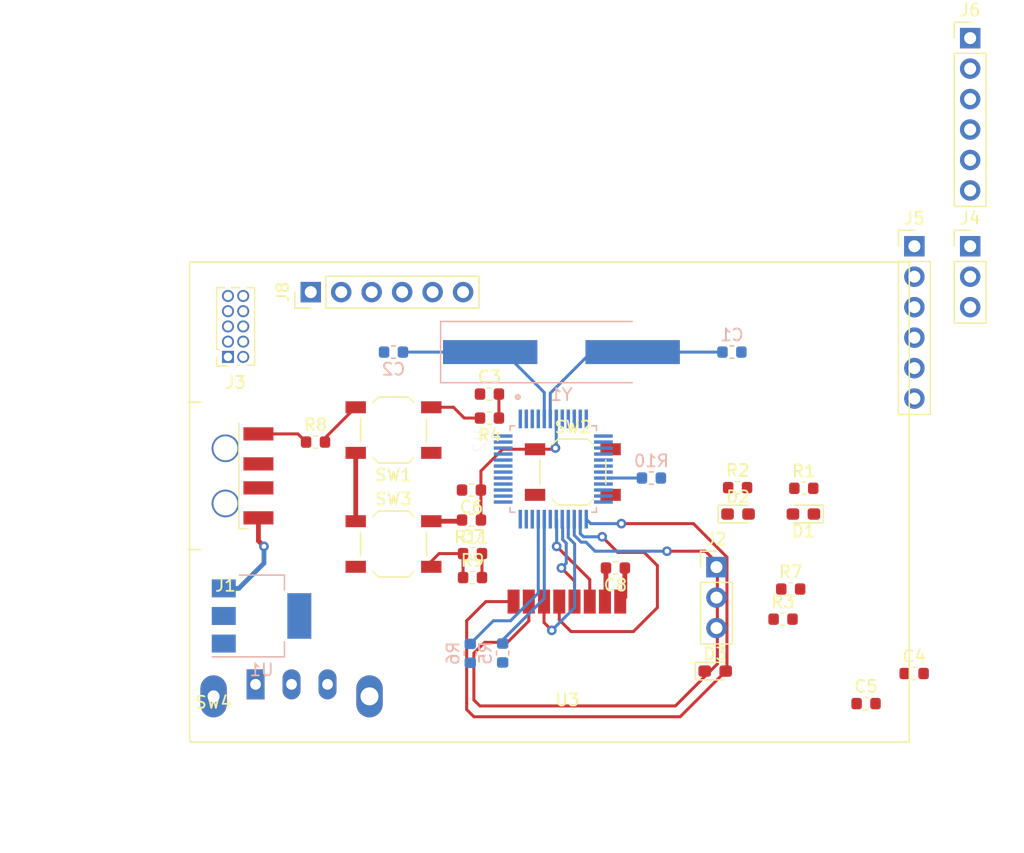
<source format=kicad_pcb>
(kicad_pcb (version 20171130) (host pcbnew 5.1.6-c6e7f7d~87~ubuntu19.10.1)

  (general
    (thickness 1.6)
    (drawings 4)
    (tracks 125)
    (zones 0)
    (modules 37)
    (nets 51)
  )

  (page A4)
  (layers
    (0 F.Cu signal)
    (31 B.Cu signal)
    (32 B.Adhes user)
    (33 F.Adhes user)
    (34 B.Paste user)
    (35 F.Paste user)
    (36 B.SilkS user)
    (37 F.SilkS user)
    (38 B.Mask user)
    (39 F.Mask user)
    (40 Dwgs.User user)
    (41 Cmts.User user)
    (42 Eco1.User user)
    (43 Eco2.User user)
    (44 Edge.Cuts user)
    (45 Margin user)
    (46 B.CrtYd user)
    (47 F.CrtYd user)
    (48 B.Fab user hide)
    (49 F.Fab user)
  )

  (setup
    (last_trace_width 0.25)
    (user_trace_width 0.4)
    (trace_clearance 0.2)
    (zone_clearance 0.508)
    (zone_45_only no)
    (trace_min 0.2)
    (via_size 0.8)
    (via_drill 0.4)
    (via_min_size 0.4)
    (via_min_drill 0.3)
    (uvia_size 0.3)
    (uvia_drill 0.1)
    (uvias_allowed no)
    (uvia_min_size 0.2)
    (uvia_min_drill 0.1)
    (edge_width 0.05)
    (segment_width 0.2)
    (pcb_text_width 0.3)
    (pcb_text_size 1.5 1.5)
    (mod_edge_width 0.12)
    (mod_text_size 1 1)
    (mod_text_width 0.15)
    (pad_size 1.524 1.524)
    (pad_drill 0.762)
    (pad_to_mask_clearance 0.051)
    (solder_mask_min_width 0.25)
    (aux_axis_origin 0 0)
    (visible_elements FFFFBE7F)
    (pcbplotparams
      (layerselection 0x010fc_ffffffff)
      (usegerberextensions false)
      (usegerberattributes false)
      (usegerberadvancedattributes false)
      (creategerberjobfile false)
      (excludeedgelayer true)
      (linewidth 0.100000)
      (plotframeref false)
      (viasonmask false)
      (mode 1)
      (useauxorigin false)
      (hpglpennumber 1)
      (hpglpenspeed 20)
      (hpglpendiameter 15.000000)
      (psnegative false)
      (psa4output false)
      (plotreference true)
      (plotvalue true)
      (plotinvisibletext false)
      (padsonsilk false)
      (subtractmaskfromsilk false)
      (outputformat 1)
      (mirror false)
      (drillshape 1)
      (scaleselection 1)
      (outputdirectory ""))
  )

  (net 0 "")
  (net 1 GND)
  (net 2 "Net-(C1-Pad2)")
  (net 3 "Net-(C2-Pad2)")
  (net 4 VCC)
  (net 5 "Net-(D1-Pad2)")
  (net 6 "Net-(D1-Pad1)")
  (net 7 "Net-(D2-Pad1)")
  (net 8 "Net-(D2-Pad2)")
  (net 9 "Net-(D3-Pad1)")
  (net 10 "Net-(D3-Pad2)")
  (net 11 "Net-(J1-Pad2)")
  (net 12 "Net-(J1-Pad3)")
  (net 13 "Net-(J1-Pad1)")
  (net 14 /Debug_TX)
  (net 15 /Debug_RX)
  (net 16 "Net-(J6-Pad3)")
  (net 17 "Net-(J6-Pad4)")
  (net 18 "Net-(J6-Pad5)")
  (net 19 /USB_D-)
  (net 20 /USB_D+)
  (net 21 "Net-(J6-Pad1)")
  (net 22 "Net-(J6-Pad2)")
  (net 23 "Net-(J6-Pad6)")
  (net 24 "Net-(J8-Pad1)")
  (net 25 "Net-(J8-Pad2)")
  (net 26 "Net-(J8-Pad3)")
  (net 27 "Net-(J8-Pad4)")
  (net 28 "Net-(J8-Pad5)")
  (net 29 "Net-(J8-Pad6)")
  (net 30 "Net-(R10-Pad2)")
  (net 31 "Net-(J4-Pad1)")
  (net 32 "Net-(J4-Pad3)")
  (net 33 /SW_conn)
  (net 34 /NRST)
  (net 35 /SWDIO_Conn)
  (net 36 /SWDCLK_Conn)
  (net 37 "Net-(J5-Pad1)")
  (net 38 "Net-(J5-Pad2)")
  (net 39 "Net-(J5-Pad3)")
  (net 40 "Net-(J5-Pad4)")
  (net 41 "Net-(J5-Pad5)")
  (net 42 "Net-(J5-Pad6)")
  (net 43 "Net-(R4-Pad2)")
  (net 44 "Net-(U2-Pad25)")
  (net 45 "Net-(U2-Pad26)")
  (net 46 "Net-(U2-Pad27)")
  (net 47 "Net-(U2-Pad28)")
  (net 48 "Net-(U2-Pad29)")
  (net 49 "Net-(U2-Pad30)")
  (net 50 /Boot1)

  (net_class Default "This is the default net class."
    (clearance 0.2)
    (trace_width 0.25)
    (via_dia 0.8)
    (via_drill 0.4)
    (uvia_dia 0.3)
    (uvia_drill 0.1)
    (add_net /Boot1)
    (add_net /Debug_RX)
    (add_net /Debug_TX)
    (add_net /NRST)
    (add_net /SWDCLK_Conn)
    (add_net /SWDIO_Conn)
    (add_net /SW_conn)
    (add_net /USB_D+)
    (add_net /USB_D-)
    (add_net GND)
    (add_net "Net-(C1-Pad2)")
    (add_net "Net-(C2-Pad2)")
    (add_net "Net-(D1-Pad1)")
    (add_net "Net-(D1-Pad2)")
    (add_net "Net-(D2-Pad1)")
    (add_net "Net-(D2-Pad2)")
    (add_net "Net-(D3-Pad1)")
    (add_net "Net-(D3-Pad2)")
    (add_net "Net-(J1-Pad1)")
    (add_net "Net-(J1-Pad2)")
    (add_net "Net-(J1-Pad3)")
    (add_net "Net-(J4-Pad1)")
    (add_net "Net-(J4-Pad3)")
    (add_net "Net-(J5-Pad1)")
    (add_net "Net-(J5-Pad2)")
    (add_net "Net-(J5-Pad3)")
    (add_net "Net-(J5-Pad4)")
    (add_net "Net-(J5-Pad5)")
    (add_net "Net-(J5-Pad6)")
    (add_net "Net-(J6-Pad1)")
    (add_net "Net-(J6-Pad2)")
    (add_net "Net-(J6-Pad3)")
    (add_net "Net-(J6-Pad4)")
    (add_net "Net-(J6-Pad5)")
    (add_net "Net-(J6-Pad6)")
    (add_net "Net-(J8-Pad1)")
    (add_net "Net-(J8-Pad2)")
    (add_net "Net-(J8-Pad3)")
    (add_net "Net-(J8-Pad4)")
    (add_net "Net-(J8-Pad5)")
    (add_net "Net-(J8-Pad6)")
    (add_net "Net-(R10-Pad2)")
    (add_net "Net-(R4-Pad2)")
    (add_net "Net-(U2-Pad25)")
    (add_net "Net-(U2-Pad26)")
    (add_net "Net-(U2-Pad27)")
    (add_net "Net-(U2-Pad28)")
    (add_net "Net-(U2-Pad29)")
    (add_net "Net-(U2-Pad30)")
    (add_net VCC)
  )

  (module Capacitor_SMD:C_0603_1608Metric (layer B.Cu) (tedit 5B301BBE) (tstamp 5EC445D4)
    (at 95.2125 67.5 180)
    (descr "Capacitor SMD 0603 (1608 Metric), square (rectangular) end terminal, IPC_7351 nominal, (Body size source: http://www.tortai-tech.com/upload/download/2011102023233369053.pdf), generated with kicad-footprint-generator")
    (tags capacitor)
    (path /5E7FCD2B)
    (attr smd)
    (fp_text reference C1 (at 0 1.43) (layer B.SilkS)
      (effects (font (size 1 1) (thickness 0.15)) (justify mirror))
    )
    (fp_text value C (at 0 -1.43) (layer B.Fab)
      (effects (font (size 1 1) (thickness 0.15)) (justify mirror))
    )
    (fp_line (start -0.8 -0.4) (end -0.8 0.4) (layer B.Fab) (width 0.1))
    (fp_line (start -0.8 0.4) (end 0.8 0.4) (layer B.Fab) (width 0.1))
    (fp_line (start 0.8 0.4) (end 0.8 -0.4) (layer B.Fab) (width 0.1))
    (fp_line (start 0.8 -0.4) (end -0.8 -0.4) (layer B.Fab) (width 0.1))
    (fp_line (start -0.162779 0.51) (end 0.162779 0.51) (layer B.SilkS) (width 0.12))
    (fp_line (start -0.162779 -0.51) (end 0.162779 -0.51) (layer B.SilkS) (width 0.12))
    (fp_line (start -1.48 -0.73) (end -1.48 0.73) (layer B.CrtYd) (width 0.05))
    (fp_line (start -1.48 0.73) (end 1.48 0.73) (layer B.CrtYd) (width 0.05))
    (fp_line (start 1.48 0.73) (end 1.48 -0.73) (layer B.CrtYd) (width 0.05))
    (fp_line (start 1.48 -0.73) (end -1.48 -0.73) (layer B.CrtYd) (width 0.05))
    (fp_text user %R (at 0 0) (layer B.Fab)
      (effects (font (size 0.4 0.4) (thickness 0.06)) (justify mirror))
    )
    (pad 2 smd roundrect (at 0.7875 0 180) (size 0.875 0.95) (layers B.Cu B.Paste B.Mask) (roundrect_rratio 0.25)
      (net 2 "Net-(C1-Pad2)"))
    (pad 1 smd roundrect (at -0.7875 0 180) (size 0.875 0.95) (layers B.Cu B.Paste B.Mask) (roundrect_rratio 0.25)
      (net 1 GND))
    (model ${KISYS3DMOD}/Capacitor_SMD.3dshapes/C_0603_1608Metric.wrl
      (at (xyz 0 0 0))
      (scale (xyz 1 1 1))
      (rotate (xyz 0 0 0))
    )
  )

  (module Capacitor_SMD:C_0603_1608Metric (layer B.Cu) (tedit 5B301BBE) (tstamp 5EC445E5)
    (at 67 67.5)
    (descr "Capacitor SMD 0603 (1608 Metric), square (rectangular) end terminal, IPC_7351 nominal, (Body size source: http://www.tortai-tech.com/upload/download/2011102023233369053.pdf), generated with kicad-footprint-generator")
    (tags capacitor)
    (path /5E7FD43F)
    (attr smd)
    (fp_text reference C2 (at 0 1.43) (layer B.SilkS)
      (effects (font (size 1 1) (thickness 0.15)) (justify mirror))
    )
    (fp_text value C (at 0 -1.43) (layer B.Fab)
      (effects (font (size 1 1) (thickness 0.15)) (justify mirror))
    )
    (fp_line (start 1.48 -0.73) (end -1.48 -0.73) (layer B.CrtYd) (width 0.05))
    (fp_line (start 1.48 0.73) (end 1.48 -0.73) (layer B.CrtYd) (width 0.05))
    (fp_line (start -1.48 0.73) (end 1.48 0.73) (layer B.CrtYd) (width 0.05))
    (fp_line (start -1.48 -0.73) (end -1.48 0.73) (layer B.CrtYd) (width 0.05))
    (fp_line (start -0.162779 -0.51) (end 0.162779 -0.51) (layer B.SilkS) (width 0.12))
    (fp_line (start -0.162779 0.51) (end 0.162779 0.51) (layer B.SilkS) (width 0.12))
    (fp_line (start 0.8 -0.4) (end -0.8 -0.4) (layer B.Fab) (width 0.1))
    (fp_line (start 0.8 0.4) (end 0.8 -0.4) (layer B.Fab) (width 0.1))
    (fp_line (start -0.8 0.4) (end 0.8 0.4) (layer B.Fab) (width 0.1))
    (fp_line (start -0.8 -0.4) (end -0.8 0.4) (layer B.Fab) (width 0.1))
    (fp_text user %R (at 0 0) (layer B.Fab)
      (effects (font (size 0.4 0.4) (thickness 0.06)) (justify mirror))
    )
    (pad 1 smd roundrect (at -0.7875 0) (size 0.875 0.95) (layers B.Cu B.Paste B.Mask) (roundrect_rratio 0.25)
      (net 1 GND))
    (pad 2 smd roundrect (at 0.7875 0) (size 0.875 0.95) (layers B.Cu B.Paste B.Mask) (roundrect_rratio 0.25)
      (net 3 "Net-(C2-Pad2)"))
    (model ${KISYS3DMOD}/Capacitor_SMD.3dshapes/C_0603_1608Metric.wrl
      (at (xyz 0 0 0))
      (scale (xyz 1 1 1))
      (rotate (xyz 0 0 0))
    )
  )

  (module Capacitor_SMD:C_0603_1608Metric (layer F.Cu) (tedit 5B301BBE) (tstamp 5EC445F6)
    (at 75 71)
    (descr "Capacitor SMD 0603 (1608 Metric), square (rectangular) end terminal, IPC_7351 nominal, (Body size source: http://www.tortai-tech.com/upload/download/2011102023233369053.pdf), generated with kicad-footprint-generator")
    (tags capacitor)
    (path /5EEE6BD2)
    (attr smd)
    (fp_text reference C3 (at 0 -1.43) (layer F.SilkS)
      (effects (font (size 1 1) (thickness 0.15)))
    )
    (fp_text value C (at 0 1.43) (layer F.Fab)
      (effects (font (size 1 1) (thickness 0.15)))
    )
    (fp_line (start 1.48 0.73) (end -1.48 0.73) (layer F.CrtYd) (width 0.05))
    (fp_line (start 1.48 -0.73) (end 1.48 0.73) (layer F.CrtYd) (width 0.05))
    (fp_line (start -1.48 -0.73) (end 1.48 -0.73) (layer F.CrtYd) (width 0.05))
    (fp_line (start -1.48 0.73) (end -1.48 -0.73) (layer F.CrtYd) (width 0.05))
    (fp_line (start -0.162779 0.51) (end 0.162779 0.51) (layer F.SilkS) (width 0.12))
    (fp_line (start -0.162779 -0.51) (end 0.162779 -0.51) (layer F.SilkS) (width 0.12))
    (fp_line (start 0.8 0.4) (end -0.8 0.4) (layer F.Fab) (width 0.1))
    (fp_line (start 0.8 -0.4) (end 0.8 0.4) (layer F.Fab) (width 0.1))
    (fp_line (start -0.8 -0.4) (end 0.8 -0.4) (layer F.Fab) (width 0.1))
    (fp_line (start -0.8 0.4) (end -0.8 -0.4) (layer F.Fab) (width 0.1))
    (fp_text user %R (at 0 0) (layer F.Fab)
      (effects (font (size 0.4 0.4) (thickness 0.06)))
    )
    (pad 1 smd roundrect (at -0.7875 0) (size 0.875 0.95) (layers F.Cu F.Paste F.Mask) (roundrect_rratio 0.25)
      (net 4 VCC))
    (pad 2 smd roundrect (at 0.7875 0) (size 0.875 0.95) (layers F.Cu F.Paste F.Mask) (roundrect_rratio 0.25)
      (net 33 /SW_conn))
    (model ${KISYS3DMOD}/Capacitor_SMD.3dshapes/C_0603_1608Metric.wrl
      (at (xyz 0 0 0))
      (scale (xyz 1 1 1))
      (rotate (xyz 0 0 0))
    )
  )

  (module Capacitor_SMD:C_0603_1608Metric (layer F.Cu) (tedit 5B301BBE) (tstamp 5EC44607)
    (at 110.405001 94.295001)
    (descr "Capacitor SMD 0603 (1608 Metric), square (rectangular) end terminal, IPC_7351 nominal, (Body size source: http://www.tortai-tech.com/upload/download/2011102023233369053.pdf), generated with kicad-footprint-generator")
    (tags capacitor)
    (path /5EA261B2)
    (attr smd)
    (fp_text reference C4 (at 0 -1.43) (layer F.SilkS)
      (effects (font (size 1 1) (thickness 0.15)))
    )
    (fp_text value C (at 0 1.43) (layer F.Fab)
      (effects (font (size 1 1) (thickness 0.15)))
    )
    (fp_line (start -0.8 0.4) (end -0.8 -0.4) (layer F.Fab) (width 0.1))
    (fp_line (start -0.8 -0.4) (end 0.8 -0.4) (layer F.Fab) (width 0.1))
    (fp_line (start 0.8 -0.4) (end 0.8 0.4) (layer F.Fab) (width 0.1))
    (fp_line (start 0.8 0.4) (end -0.8 0.4) (layer F.Fab) (width 0.1))
    (fp_line (start -0.162779 -0.51) (end 0.162779 -0.51) (layer F.SilkS) (width 0.12))
    (fp_line (start -0.162779 0.51) (end 0.162779 0.51) (layer F.SilkS) (width 0.12))
    (fp_line (start -1.48 0.73) (end -1.48 -0.73) (layer F.CrtYd) (width 0.05))
    (fp_line (start -1.48 -0.73) (end 1.48 -0.73) (layer F.CrtYd) (width 0.05))
    (fp_line (start 1.48 -0.73) (end 1.48 0.73) (layer F.CrtYd) (width 0.05))
    (fp_line (start 1.48 0.73) (end -1.48 0.73) (layer F.CrtYd) (width 0.05))
    (fp_text user %R (at 0 0) (layer F.Fab)
      (effects (font (size 0.4 0.4) (thickness 0.06)))
    )
    (pad 2 smd roundrect (at 0.7875 0) (size 0.875 0.95) (layers F.Cu F.Paste F.Mask) (roundrect_rratio 0.25)
      (net 4 VCC))
    (pad 1 smd roundrect (at -0.7875 0) (size 0.875 0.95) (layers F.Cu F.Paste F.Mask) (roundrect_rratio 0.25)
      (net 1 GND))
    (model ${KISYS3DMOD}/Capacitor_SMD.3dshapes/C_0603_1608Metric.wrl
      (at (xyz 0 0 0))
      (scale (xyz 1 1 1))
      (rotate (xyz 0 0 0))
    )
  )

  (module Capacitor_SMD:C_0603_1608Metric (layer F.Cu) (tedit 5B301BBE) (tstamp 5EC44618)
    (at 106.395001 96.805001)
    (descr "Capacitor SMD 0603 (1608 Metric), square (rectangular) end terminal, IPC_7351 nominal, (Body size source: http://www.tortai-tech.com/upload/download/2011102023233369053.pdf), generated with kicad-footprint-generator")
    (tags capacitor)
    (path /5EA255A1)
    (attr smd)
    (fp_text reference C5 (at 0 -1.43) (layer F.SilkS)
      (effects (font (size 1 1) (thickness 0.15)))
    )
    (fp_text value C (at 0 1.43) (layer F.Fab)
      (effects (font (size 1 1) (thickness 0.15)))
    )
    (fp_line (start -0.8 0.4) (end -0.8 -0.4) (layer F.Fab) (width 0.1))
    (fp_line (start -0.8 -0.4) (end 0.8 -0.4) (layer F.Fab) (width 0.1))
    (fp_line (start 0.8 -0.4) (end 0.8 0.4) (layer F.Fab) (width 0.1))
    (fp_line (start 0.8 0.4) (end -0.8 0.4) (layer F.Fab) (width 0.1))
    (fp_line (start -0.162779 -0.51) (end 0.162779 -0.51) (layer F.SilkS) (width 0.12))
    (fp_line (start -0.162779 0.51) (end 0.162779 0.51) (layer F.SilkS) (width 0.12))
    (fp_line (start -1.48 0.73) (end -1.48 -0.73) (layer F.CrtYd) (width 0.05))
    (fp_line (start -1.48 -0.73) (end 1.48 -0.73) (layer F.CrtYd) (width 0.05))
    (fp_line (start 1.48 -0.73) (end 1.48 0.73) (layer F.CrtYd) (width 0.05))
    (fp_line (start 1.48 0.73) (end -1.48 0.73) (layer F.CrtYd) (width 0.05))
    (fp_text user %R (at 0 0) (layer F.Fab)
      (effects (font (size 0.4 0.4) (thickness 0.06)))
    )
    (pad 2 smd roundrect (at 0.7875 0) (size 0.875 0.95) (layers F.Cu F.Paste F.Mask) (roundrect_rratio 0.25)
      (net 4 VCC))
    (pad 1 smd roundrect (at -0.7875 0) (size 0.875 0.95) (layers F.Cu F.Paste F.Mask) (roundrect_rratio 0.25)
      (net 1 GND))
    (model ${KISYS3DMOD}/Capacitor_SMD.3dshapes/C_0603_1608Metric.wrl
      (at (xyz 0 0 0))
      (scale (xyz 1 1 1))
      (rotate (xyz 0 0 0))
    )
  )

  (module Capacitor_SMD:C_0603_1608Metric (layer F.Cu) (tedit 5B301BBE) (tstamp 5EC45FD1)
    (at 73.5 79 180)
    (descr "Capacitor SMD 0603 (1608 Metric), square (rectangular) end terminal, IPC_7351 nominal, (Body size source: http://www.tortai-tech.com/upload/download/2011102023233369053.pdf), generated with kicad-footprint-generator")
    (tags capacitor)
    (path /5EF9A06F)
    (attr smd)
    (fp_text reference C6 (at 0 -1.43) (layer F.SilkS)
      (effects (font (size 1 1) (thickness 0.15)))
    )
    (fp_text value C (at 0 1.43) (layer F.Fab)
      (effects (font (size 1 1) (thickness 0.15)))
    )
    (fp_line (start 1.48 0.73) (end -1.48 0.73) (layer F.CrtYd) (width 0.05))
    (fp_line (start 1.48 -0.73) (end 1.48 0.73) (layer F.CrtYd) (width 0.05))
    (fp_line (start -1.48 -0.73) (end 1.48 -0.73) (layer F.CrtYd) (width 0.05))
    (fp_line (start -1.48 0.73) (end -1.48 -0.73) (layer F.CrtYd) (width 0.05))
    (fp_line (start -0.162779 0.51) (end 0.162779 0.51) (layer F.SilkS) (width 0.12))
    (fp_line (start -0.162779 -0.51) (end 0.162779 -0.51) (layer F.SilkS) (width 0.12))
    (fp_line (start 0.8 0.4) (end -0.8 0.4) (layer F.Fab) (width 0.1))
    (fp_line (start 0.8 -0.4) (end 0.8 0.4) (layer F.Fab) (width 0.1))
    (fp_line (start -0.8 -0.4) (end 0.8 -0.4) (layer F.Fab) (width 0.1))
    (fp_line (start -0.8 0.4) (end -0.8 -0.4) (layer F.Fab) (width 0.1))
    (fp_text user %R (at 0 0) (layer F.Fab)
      (effects (font (size 0.4 0.4) (thickness 0.06)))
    )
    (pad 1 smd roundrect (at -0.7875 0 180) (size 0.875 0.95) (layers F.Cu F.Paste F.Mask) (roundrect_rratio 0.25)
      (net 34 /NRST))
    (pad 2 smd roundrect (at 0.7875 0 180) (size 0.875 0.95) (layers F.Cu F.Paste F.Mask) (roundrect_rratio 0.25)
      (net 1 GND))
    (model ${KISYS3DMOD}/Capacitor_SMD.3dshapes/C_0603_1608Metric.wrl
      (at (xyz 0 0 0))
      (scale (xyz 1 1 1))
      (rotate (xyz 0 0 0))
    )
  )

  (module Capacitor_SMD:C_0603_1608Metric (layer F.Cu) (tedit 5B301BBE) (tstamp 5EC4463A)
    (at 73.5875 84.3)
    (descr "Capacitor SMD 0603 (1608 Metric), square (rectangular) end terminal, IPC_7351 nominal, (Body size source: http://www.tortai-tech.com/upload/download/2011102023233369053.pdf), generated with kicad-footprint-generator")
    (tags capacitor)
    (path /5EF0ECA3)
    (attr smd)
    (fp_text reference C7 (at 0 -1.43) (layer F.SilkS)
      (effects (font (size 1 1) (thickness 0.15)))
    )
    (fp_text value C (at 0 1.43) (layer F.Fab)
      (effects (font (size 1 1) (thickness 0.15)))
    )
    (fp_line (start -0.8 0.4) (end -0.8 -0.4) (layer F.Fab) (width 0.1))
    (fp_line (start -0.8 -0.4) (end 0.8 -0.4) (layer F.Fab) (width 0.1))
    (fp_line (start 0.8 -0.4) (end 0.8 0.4) (layer F.Fab) (width 0.1))
    (fp_line (start 0.8 0.4) (end -0.8 0.4) (layer F.Fab) (width 0.1))
    (fp_line (start -0.162779 -0.51) (end 0.162779 -0.51) (layer F.SilkS) (width 0.12))
    (fp_line (start -0.162779 0.51) (end 0.162779 0.51) (layer F.SilkS) (width 0.12))
    (fp_line (start -1.48 0.73) (end -1.48 -0.73) (layer F.CrtYd) (width 0.05))
    (fp_line (start -1.48 -0.73) (end 1.48 -0.73) (layer F.CrtYd) (width 0.05))
    (fp_line (start 1.48 -0.73) (end 1.48 0.73) (layer F.CrtYd) (width 0.05))
    (fp_line (start 1.48 0.73) (end -1.48 0.73) (layer F.CrtYd) (width 0.05))
    (fp_text user %R (at 0 0) (layer F.Fab)
      (effects (font (size 0.4 0.4) (thickness 0.06)))
    )
    (pad 2 smd roundrect (at 0.7875 0) (size 0.875 0.95) (layers F.Cu F.Paste F.Mask) (roundrect_rratio 0.25)
      (net 1 GND))
    (pad 1 smd roundrect (at -0.7875 0) (size 0.875 0.95) (layers F.Cu F.Paste F.Mask) (roundrect_rratio 0.25)
      (net 50 /Boot1))
    (model ${KISYS3DMOD}/Capacitor_SMD.3dshapes/C_0603_1608Metric.wrl
      (at (xyz 0 0 0))
      (scale (xyz 1 1 1))
      (rotate (xyz 0 0 0))
    )
  )

  (module Capacitor_SMD:C_0603_1608Metric (layer F.Cu) (tedit 5B301BBE) (tstamp 5EC4464B)
    (at 85.5 85.5 180)
    (descr "Capacitor SMD 0603 (1608 Metric), square (rectangular) end terminal, IPC_7351 nominal, (Body size source: http://www.tortai-tech.com/upload/download/2011102023233369053.pdf), generated with kicad-footprint-generator")
    (tags capacitor)
    (path /5ED00545)
    (attr smd)
    (fp_text reference C8 (at 0 -1.43) (layer F.SilkS)
      (effects (font (size 1 1) (thickness 0.15)))
    )
    (fp_text value C (at 0 1.43) (layer F.Fab)
      (effects (font (size 1 1) (thickness 0.15)))
    )
    (fp_line (start 1.48 0.73) (end -1.48 0.73) (layer F.CrtYd) (width 0.05))
    (fp_line (start 1.48 -0.73) (end 1.48 0.73) (layer F.CrtYd) (width 0.05))
    (fp_line (start -1.48 -0.73) (end 1.48 -0.73) (layer F.CrtYd) (width 0.05))
    (fp_line (start -1.48 0.73) (end -1.48 -0.73) (layer F.CrtYd) (width 0.05))
    (fp_line (start -0.162779 0.51) (end 0.162779 0.51) (layer F.SilkS) (width 0.12))
    (fp_line (start -0.162779 -0.51) (end 0.162779 -0.51) (layer F.SilkS) (width 0.12))
    (fp_line (start 0.8 0.4) (end -0.8 0.4) (layer F.Fab) (width 0.1))
    (fp_line (start 0.8 -0.4) (end 0.8 0.4) (layer F.Fab) (width 0.1))
    (fp_line (start -0.8 -0.4) (end 0.8 -0.4) (layer F.Fab) (width 0.1))
    (fp_line (start -0.8 0.4) (end -0.8 -0.4) (layer F.Fab) (width 0.1))
    (fp_text user %R (at 0 0) (layer F.Fab)
      (effects (font (size 0.4 0.4) (thickness 0.06)))
    )
    (pad 1 smd roundrect (at -0.7875 0 180) (size 0.875 0.95) (layers F.Cu F.Paste F.Mask) (roundrect_rratio 0.25)
      (net 4 VCC))
    (pad 2 smd roundrect (at 0.7875 0 180) (size 0.875 0.95) (layers F.Cu F.Paste F.Mask) (roundrect_rratio 0.25)
      (net 1 GND))
    (model ${KISYS3DMOD}/Capacitor_SMD.3dshapes/C_0603_1608Metric.wrl
      (at (xyz 0 0 0))
      (scale (xyz 1 1 1))
      (rotate (xyz 0 0 0))
    )
  )

  (module LED_SMD:LED_0603_1608Metric_Pad1.05x0.95mm_HandSolder (layer F.Cu) (tedit 5B4B45C9) (tstamp 5EC4465E)
    (at 101.175 81 180)
    (descr "LED SMD 0603 (1608 Metric), square (rectangular) end terminal, IPC_7351 nominal, (Body size source: http://www.tortai-tech.com/upload/download/2011102023233369053.pdf), generated with kicad-footprint-generator")
    (tags "LED handsolder")
    (path /5E7FDC7D)
    (attr smd)
    (fp_text reference D1 (at 0 -1.43) (layer F.SilkS)
      (effects (font (size 1 1) (thickness 0.15)))
    )
    (fp_text value LED (at 0 1.43) (layer F.Fab)
      (effects (font (size 1 1) (thickness 0.15)))
    )
    (fp_line (start 1.65 0.73) (end -1.65 0.73) (layer F.CrtYd) (width 0.05))
    (fp_line (start 1.65 -0.73) (end 1.65 0.73) (layer F.CrtYd) (width 0.05))
    (fp_line (start -1.65 -0.73) (end 1.65 -0.73) (layer F.CrtYd) (width 0.05))
    (fp_line (start -1.65 0.73) (end -1.65 -0.73) (layer F.CrtYd) (width 0.05))
    (fp_line (start -1.66 0.735) (end 0.8 0.735) (layer F.SilkS) (width 0.12))
    (fp_line (start -1.66 -0.735) (end -1.66 0.735) (layer F.SilkS) (width 0.12))
    (fp_line (start 0.8 -0.735) (end -1.66 -0.735) (layer F.SilkS) (width 0.12))
    (fp_line (start 0.8 0.4) (end 0.8 -0.4) (layer F.Fab) (width 0.1))
    (fp_line (start -0.8 0.4) (end 0.8 0.4) (layer F.Fab) (width 0.1))
    (fp_line (start -0.8 -0.1) (end -0.8 0.4) (layer F.Fab) (width 0.1))
    (fp_line (start -0.5 -0.4) (end -0.8 -0.1) (layer F.Fab) (width 0.1))
    (fp_line (start 0.8 -0.4) (end -0.5 -0.4) (layer F.Fab) (width 0.1))
    (fp_text user %R (at 0 0) (layer F.Fab)
      (effects (font (size 0.4 0.4) (thickness 0.06)))
    )
    (pad 1 smd roundrect (at -0.875 0 180) (size 1.05 0.95) (layers F.Cu F.Paste F.Mask) (roundrect_rratio 0.25)
      (net 6 "Net-(D1-Pad1)"))
    (pad 2 smd roundrect (at 0.875 0 180) (size 1.05 0.95) (layers F.Cu F.Paste F.Mask) (roundrect_rratio 0.25)
      (net 5 "Net-(D1-Pad2)"))
    (model ${KISYS3DMOD}/LED_SMD.3dshapes/LED_0603_1608Metric.wrl
      (at (xyz 0 0 0))
      (scale (xyz 1 1 1))
      (rotate (xyz 0 0 0))
    )
  )

  (module LED_SMD:LED_0603_1608Metric_Pad1.05x0.95mm_HandSolder (layer F.Cu) (tedit 5B4B45C9) (tstamp 5EC44671)
    (at 95.725 81)
    (descr "LED SMD 0603 (1608 Metric), square (rectangular) end terminal, IPC_7351 nominal, (Body size source: http://www.tortai-tech.com/upload/download/2011102023233369053.pdf), generated with kicad-footprint-generator")
    (tags "LED handsolder")
    (path /5E886980)
    (attr smd)
    (fp_text reference D2 (at 0 -1.43) (layer F.SilkS)
      (effects (font (size 1 1) (thickness 0.15)))
    )
    (fp_text value LED (at 0 1.43) (layer F.Fab)
      (effects (font (size 1 1) (thickness 0.15)))
    )
    (fp_line (start 0.8 -0.4) (end -0.5 -0.4) (layer F.Fab) (width 0.1))
    (fp_line (start -0.5 -0.4) (end -0.8 -0.1) (layer F.Fab) (width 0.1))
    (fp_line (start -0.8 -0.1) (end -0.8 0.4) (layer F.Fab) (width 0.1))
    (fp_line (start -0.8 0.4) (end 0.8 0.4) (layer F.Fab) (width 0.1))
    (fp_line (start 0.8 0.4) (end 0.8 -0.4) (layer F.Fab) (width 0.1))
    (fp_line (start 0.8 -0.735) (end -1.66 -0.735) (layer F.SilkS) (width 0.12))
    (fp_line (start -1.66 -0.735) (end -1.66 0.735) (layer F.SilkS) (width 0.12))
    (fp_line (start -1.66 0.735) (end 0.8 0.735) (layer F.SilkS) (width 0.12))
    (fp_line (start -1.65 0.73) (end -1.65 -0.73) (layer F.CrtYd) (width 0.05))
    (fp_line (start -1.65 -0.73) (end 1.65 -0.73) (layer F.CrtYd) (width 0.05))
    (fp_line (start 1.65 -0.73) (end 1.65 0.73) (layer F.CrtYd) (width 0.05))
    (fp_line (start 1.65 0.73) (end -1.65 0.73) (layer F.CrtYd) (width 0.05))
    (fp_text user %R (at 0 0) (layer F.Fab)
      (effects (font (size 0.4 0.4) (thickness 0.06)))
    )
    (pad 2 smd roundrect (at 0.875 0) (size 1.05 0.95) (layers F.Cu F.Paste F.Mask) (roundrect_rratio 0.25)
      (net 8 "Net-(D2-Pad2)"))
    (pad 1 smd roundrect (at -0.875 0) (size 1.05 0.95) (layers F.Cu F.Paste F.Mask) (roundrect_rratio 0.25)
      (net 7 "Net-(D2-Pad1)"))
    (model ${KISYS3DMOD}/LED_SMD.3dshapes/LED_0603_1608Metric.wrl
      (at (xyz 0 0 0))
      (scale (xyz 1 1 1))
      (rotate (xyz 0 0 0))
    )
  )

  (module LED_SMD:LED_0603_1608Metric_Pad1.05x0.95mm_HandSolder (layer F.Cu) (tedit 5B4B45C9) (tstamp 5EC44684)
    (at 93.820001 94.095001)
    (descr "LED SMD 0603 (1608 Metric), square (rectangular) end terminal, IPC_7351 nominal, (Body size source: http://www.tortai-tech.com/upload/download/2011102023233369053.pdf), generated with kicad-footprint-generator")
    (tags "LED handsolder")
    (path /5E889968)
    (attr smd)
    (fp_text reference D3 (at 0 -1.43) (layer F.SilkS)
      (effects (font (size 1 1) (thickness 0.15)))
    )
    (fp_text value LED (at 0 1.43) (layer F.Fab)
      (effects (font (size 1 1) (thickness 0.15)))
    )
    (fp_line (start 1.65 0.73) (end -1.65 0.73) (layer F.CrtYd) (width 0.05))
    (fp_line (start 1.65 -0.73) (end 1.65 0.73) (layer F.CrtYd) (width 0.05))
    (fp_line (start -1.65 -0.73) (end 1.65 -0.73) (layer F.CrtYd) (width 0.05))
    (fp_line (start -1.65 0.73) (end -1.65 -0.73) (layer F.CrtYd) (width 0.05))
    (fp_line (start -1.66 0.735) (end 0.8 0.735) (layer F.SilkS) (width 0.12))
    (fp_line (start -1.66 -0.735) (end -1.66 0.735) (layer F.SilkS) (width 0.12))
    (fp_line (start 0.8 -0.735) (end -1.66 -0.735) (layer F.SilkS) (width 0.12))
    (fp_line (start 0.8 0.4) (end 0.8 -0.4) (layer F.Fab) (width 0.1))
    (fp_line (start -0.8 0.4) (end 0.8 0.4) (layer F.Fab) (width 0.1))
    (fp_line (start -0.8 -0.1) (end -0.8 0.4) (layer F.Fab) (width 0.1))
    (fp_line (start -0.5 -0.4) (end -0.8 -0.1) (layer F.Fab) (width 0.1))
    (fp_line (start 0.8 -0.4) (end -0.5 -0.4) (layer F.Fab) (width 0.1))
    (fp_text user %R (at 0 0) (layer F.Fab)
      (effects (font (size 0.4 0.4) (thickness 0.06)))
    )
    (pad 1 smd roundrect (at -0.875 0) (size 1.05 0.95) (layers F.Cu F.Paste F.Mask) (roundrect_rratio 0.25)
      (net 9 "Net-(D3-Pad1)"))
    (pad 2 smd roundrect (at 0.875 0) (size 1.05 0.95) (layers F.Cu F.Paste F.Mask) (roundrect_rratio 0.25)
      (net 10 "Net-(D3-Pad2)"))
    (model ${KISYS3DMOD}/LED_SMD.3dshapes/LED_0603_1608Metric.wrl
      (at (xyz 0 0 0))
      (scale (xyz 1 1 1))
      (rotate (xyz 0 0 0))
    )
  )

  (module Connector_USB:USB_A_2.3_2 (layer F.Cu) (tedit 5EC194BA) (tstamp 5EC446B6)
    (at 37.2 82.9 180)
    (path /5E80CD14)
    (fp_text reference J1 (at -15.79 -4.05) (layer F.SilkS)
      (effects (font (size 1 1) (thickness 0.15)))
    )
    (fp_text value PC_USB (at 0 -0.5) (layer F.Fab)
      (effects (font (size 1 1) (thickness 0.15)))
    )
    (fp_line (start -13.74 11.225) (end -12.69 11.225) (layer F.SilkS) (width 0.12))
    (fp_line (start -18.04 -2.07) (end -13.54 -2.07) (layer F.CrtYd) (width 0.05))
    (fp_line (start -19.29 3.83) (end -16.79 3.83) (layer F.Fab) (width 0.1))
    (fp_line (start 2.51 11.6) (end 2.51 -1.44) (layer F.CrtYd) (width 0.05))
    (fp_line (start -16.14 1.08) (end -16.14 2.03) (layer F.Fab) (width 0.1))
    (fp_line (start -20.29 0.53) (end -18.04 0.53) (layer F.CrtYd) (width 0.05))
    (fp_line (start -16.64 1.58) (end -16.14 1.08) (layer F.Fab) (width 0.1))
    (fp_line (start -16.91 0.68) (end -16.91 9.48) (layer F.SilkS) (width 0.12))
    (fp_line (start -16.91 0.68) (end -17.665 0.68) (layer F.SilkS) (width 0.12))
    (fp_line (start -16.79 11.105) (end 2.01 11.105) (layer F.Fab) (width 0.1))
    (fp_line (start -13.54 11.6) (end 2.51 11.6) (layer F.CrtYd) (width 0.05))
    (fp_line (start -19.29 6.33) (end -16.79 6.33) (layer F.Fab) (width 0.1))
    (fp_line (start -16.79 -0.945) (end 2.01 -0.945) (layer F.Fab) (width 0.1))
    (fp_line (start -19.29 8.83) (end -19.29 8.33) (layer F.Fab) (width 0.1))
    (fp_line (start -13.54 -1.44) (end -13.54 -2.07) (layer F.CrtYd) (width 0.05))
    (fp_line (start -20.29 9.63) (end -18.04 9.63) (layer F.CrtYd) (width 0.05))
    (fp_line (start -19.29 1.83) (end -19.29 1.33) (layer F.Fab) (width 0.1))
    (fp_line (start -19.29 8.33) (end -16.79 8.33) (layer F.Fab) (width 0.1))
    (fp_line (start -16.64 1.58) (end -16.14 2.08) (layer F.Fab) (width 0.1))
    (fp_line (start -19.29 1.83) (end -16.79 1.83) (layer F.Fab) (width 0.1))
    (fp_line (start -18.04 12.23) (end -13.54 12.23) (layer F.CrtYd) (width 0.05))
    (fp_line (start -13.54 -1.44) (end 2.51 -1.44) (layer F.CrtYd) (width 0.05))
    (fp_line (start 2.01 11.105) (end 2.01 -0.945) (layer F.Fab) (width 0.1))
    (fp_line (start -20.29 9.63) (end -20.29 0.53) (layer F.CrtYd) (width 0.05))
    (fp_line (start -18.04 -2.07) (end -18.04 0.53) (layer F.CrtYd) (width 0.05))
    (fp_line (start -19.29 4.33) (end -16.79 4.33) (layer F.Fab) (width 0.1))
    (fp_line (start -19.29 1.33) (end -16.79 1.33) (layer F.Fab) (width 0.1))
    (fp_line (start -13.54 12.23) (end -13.54 11.6) (layer F.CrtYd) (width 0.05))
    (fp_circle (center -15.79 7.38) (end -15.79 7.88) (layer F.Fab) (width 0.1))
    (fp_line (start -19.29 8.83) (end -16.79 8.83) (layer F.Fab) (width 0.1))
    (fp_line (start -18.04 9.63) (end -18.04 12.23) (layer F.CrtYd) (width 0.05))
    (fp_circle (center -15.79 2.78) (end -15.79 2.28) (layer F.Fab) (width 0.1))
    (fp_line (start -19.29 5.83) (end -16.79 5.83) (layer F.Fab) (width 0.1))
    (fp_line (start -13.74 -1.065) (end -12.69 -1.065) (layer F.SilkS) (width 0.12))
    (fp_line (start -16.79 11.105) (end -16.79 -0.945) (layer F.Fab) (width 0.1))
    (fp_line (start -12.69 11.105) (end -12.69 -0.945) (layer Dwgs.User) (width 0.1))
    (fp_line (start -19.29 4.33) (end -19.29 3.83) (layer F.Fab) (width 0.1))
    (fp_line (start -19.29 6.33) (end -19.29 5.83) (layer F.Fab) (width 0.1))
    (fp_text user %R (at -14.89 5.08 90) (layer F.Fab)
      (effects (font (size 1 1) (thickness 0.15)))
    )
    (fp_text user "PCB Edge" (at -13.44 5.03 90) (layer Dwgs.User)
      (effects (font (size 0.6 0.6) (thickness 0.09)))
    )
    (pad 5 thru_hole circle (at -15.79 2.78 180) (size 2.3 2.3) (drill 2) (layers *.Cu *.Mask)
      (net 1 GND))
    (pad 5 thru_hole circle (at -15.79 7.38 180) (size 2.3 2.3) (drill 2) (layers *.Cu *.Mask)
      (net 1 GND))
    (pad 2 smd rect (at -18.54 4.08 180) (size 2.5 1.1) (layers F.Cu F.Paste F.Mask)
      (net 11 "Net-(J1-Pad2)"))
    (pad 1 smd rect (at -18.54 1.58 180) (size 2.5 1.1) (layers F.Cu F.Paste F.Mask)
      (net 13 "Net-(J1-Pad1)"))
    (pad 3 smd rect (at -18.54 6.08 180) (size 2.5 1.1) (layers F.Cu F.Paste F.Mask)
      (net 12 "Net-(J1-Pad3)"))
    (pad 4 smd rect (at -18.54 8.58 180) (size 2.5 1.1) (layers F.Cu F.Paste F.Mask)
      (net 1 GND))
  )

  (module Connector_PinHeader_2.54mm:PinHeader_1x03_P2.54mm_Vertical (layer F.Cu) (tedit 59FED5CC) (tstamp 5EC446CD)
    (at 93.925001 85.425001)
    (descr "Through hole straight pin header, 1x03, 2.54mm pitch, single row")
    (tags "Through hole pin header THT 1x03 2.54mm single row")
    (path /5E8AC62B)
    (fp_text reference J2 (at 0 -2.33) (layer F.SilkS)
      (effects (font (size 1 1) (thickness 0.15)))
    )
    (fp_text value Debug_UART (at 0 7.41) (layer F.Fab)
      (effects (font (size 1 1) (thickness 0.15)))
    )
    (fp_line (start -0.635 -1.27) (end 1.27 -1.27) (layer F.Fab) (width 0.1))
    (fp_line (start 1.27 -1.27) (end 1.27 6.35) (layer F.Fab) (width 0.1))
    (fp_line (start 1.27 6.35) (end -1.27 6.35) (layer F.Fab) (width 0.1))
    (fp_line (start -1.27 6.35) (end -1.27 -0.635) (layer F.Fab) (width 0.1))
    (fp_line (start -1.27 -0.635) (end -0.635 -1.27) (layer F.Fab) (width 0.1))
    (fp_line (start -1.33 6.41) (end 1.33 6.41) (layer F.SilkS) (width 0.12))
    (fp_line (start -1.33 1.27) (end -1.33 6.41) (layer F.SilkS) (width 0.12))
    (fp_line (start 1.33 1.27) (end 1.33 6.41) (layer F.SilkS) (width 0.12))
    (fp_line (start -1.33 1.27) (end 1.33 1.27) (layer F.SilkS) (width 0.12))
    (fp_line (start -1.33 0) (end -1.33 -1.33) (layer F.SilkS) (width 0.12))
    (fp_line (start -1.33 -1.33) (end 0 -1.33) (layer F.SilkS) (width 0.12))
    (fp_line (start -1.8 -1.8) (end -1.8 6.85) (layer F.CrtYd) (width 0.05))
    (fp_line (start -1.8 6.85) (end 1.8 6.85) (layer F.CrtYd) (width 0.05))
    (fp_line (start 1.8 6.85) (end 1.8 -1.8) (layer F.CrtYd) (width 0.05))
    (fp_line (start 1.8 -1.8) (end -1.8 -1.8) (layer F.CrtYd) (width 0.05))
    (fp_text user %R (at 0 2.54 90) (layer F.Fab)
      (effects (font (size 1 1) (thickness 0.15)))
    )
    (pad 3 thru_hole oval (at 0 5.08) (size 1.7 1.7) (drill 1) (layers *.Cu *.Mask)
      (net 1 GND))
    (pad 2 thru_hole oval (at 0 2.54) (size 1.7 1.7) (drill 1) (layers *.Cu *.Mask)
      (net 15 /Debug_RX))
    (pad 1 thru_hole rect (at 0 0) (size 1.7 1.7) (drill 1) (layers *.Cu *.Mask)
      (net 14 /Debug_TX))
    (model ${KISYS3DMOD}/Connector_PinHeader_2.54mm.3dshapes/PinHeader_1x03_P2.54mm_Vertical.wrl
      (at (xyz 0 0 0))
      (scale (xyz 1 1 1))
      (rotate (xyz 0 0 0))
    )
  )

  (module Connector_PinSocket_1.27mm:PinSocket_2x05_P1.27mm_Vertical (layer F.Cu) (tedit 5A19A420) (tstamp 5EC446EF)
    (at 53.2 67.9 180)
    (descr "Through hole straight socket strip, 2x05, 1.27mm pitch, double cols (from Kicad 4.0.7), script generated")
    (tags "Through hole socket strip THT 2x05 1.27mm double row")
    (path /5E7F9893)
    (fp_text reference J3 (at -0.635 -2.135) (layer F.SilkS)
      (effects (font (size 1 1) (thickness 0.15)))
    )
    (fp_text value MCU_SWD (at -0.635 7.215) (layer F.Fab)
      (effects (font (size 1 1) (thickness 0.15)))
    )
    (fp_line (start -2.67 6.2) (end -2.67 -1.15) (layer F.CrtYd) (width 0.05))
    (fp_line (start 1.38 6.2) (end -2.67 6.2) (layer F.CrtYd) (width 0.05))
    (fp_line (start 1.38 -1.15) (end 1.38 6.2) (layer F.CrtYd) (width 0.05))
    (fp_line (start -2.67 -1.15) (end 1.38 -1.15) (layer F.CrtYd) (width 0.05))
    (fp_line (start 0 -0.76) (end 0.95 -0.76) (layer F.SilkS) (width 0.12))
    (fp_line (start 0.95 -0.76) (end 0.95 0) (layer F.SilkS) (width 0.12))
    (fp_line (start 0.76 0.635) (end 0.95 0.635) (layer F.SilkS) (width 0.12))
    (fp_line (start 0.95 0.635) (end 0.95 5.775) (layer F.SilkS) (width 0.12))
    (fp_line (start -0.96247 5.775) (end -0.30753 5.775) (layer F.SilkS) (width 0.12))
    (fp_line (start -2.22 5.775) (end -1.57753 5.775) (layer F.SilkS) (width 0.12))
    (fp_line (start 0.30753 5.775) (end 0.95 5.775) (layer F.SilkS) (width 0.12))
    (fp_line (start -2.22 -0.695) (end -2.22 5.775) (layer F.SilkS) (width 0.12))
    (fp_line (start -0.96247 -0.695) (end -0.76 -0.695) (layer F.SilkS) (width 0.12))
    (fp_line (start -2.22 -0.695) (end -1.57753 -0.695) (layer F.SilkS) (width 0.12))
    (fp_line (start -2.16 5.715) (end -2.16 -0.635) (layer F.Fab) (width 0.1))
    (fp_line (start 0.89 5.715) (end -2.16 5.715) (layer F.Fab) (width 0.1))
    (fp_line (start 0.89 0.1275) (end 0.89 5.715) (layer F.Fab) (width 0.1))
    (fp_line (start 0.1275 -0.635) (end 0.89 0.1275) (layer F.Fab) (width 0.1))
    (fp_line (start -2.16 -0.635) (end 0.1275 -0.635) (layer F.Fab) (width 0.1))
    (fp_text user %R (at -0.635 2.54 90) (layer F.Fab)
      (effects (font (size 1 1) (thickness 0.15)))
    )
    (pad 1 thru_hole rect (at 0 0 180) (size 1 1) (drill 0.7) (layers *.Cu *.Mask)
      (net 4 VCC))
    (pad 2 thru_hole oval (at -1.27 0 180) (size 1 1) (drill 0.7) (layers *.Cu *.Mask)
      (net 35 /SWDIO_Conn))
    (pad 3 thru_hole oval (at 0 1.27 180) (size 1 1) (drill 0.7) (layers *.Cu *.Mask)
      (net 1 GND))
    (pad 4 thru_hole oval (at -1.27 1.27 180) (size 1 1) (drill 0.7) (layers *.Cu *.Mask)
      (net 36 /SWDCLK_Conn))
    (pad 5 thru_hole oval (at 0 2.54 180) (size 1 1) (drill 0.7) (layers *.Cu *.Mask)
      (net 1 GND))
    (pad 6 thru_hole oval (at -1.27 2.54 180) (size 1 1) (drill 0.7) (layers *.Cu *.Mask))
    (pad 7 thru_hole oval (at 0 3.81 180) (size 1 1) (drill 0.7) (layers *.Cu *.Mask))
    (pad 8 thru_hole oval (at -1.27 3.81 180) (size 1 1) (drill 0.7) (layers *.Cu *.Mask))
    (pad 9 thru_hole oval (at 0 5.08 180) (size 1 1) (drill 0.7) (layers *.Cu *.Mask))
    (pad 10 thru_hole oval (at -1.27 5.08 180) (size 1 1) (drill 0.7) (layers *.Cu *.Mask))
    (model ${KISYS3DMOD}/Connector_PinSocket_1.27mm.3dshapes/PinSocket_2x05_P1.27mm_Vertical.wrl
      (at (xyz 0 0 0))
      (scale (xyz 1 1 1))
      (rotate (xyz 0 0 0))
    )
  )

  (module Connector_PinHeader_2.54mm:PinHeader_1x03_P2.54mm_Vertical (layer F.Cu) (tedit 59FED5CC) (tstamp 5EC44706)
    (at 115.075001 58.675001)
    (descr "Through hole straight pin header, 1x03, 2.54mm pitch, single row")
    (tags "Through hole pin header THT 1x03 2.54mm single row")
    (path /5E8F2568)
    (fp_text reference J4 (at 0 -2.33) (layer F.SilkS)
      (effects (font (size 1 1) (thickness 0.15)))
    )
    (fp_text value Ext_Power (at 0 7.41) (layer F.Fab)
      (effects (font (size 1 1) (thickness 0.15)))
    )
    (fp_line (start 1.8 -1.8) (end -1.8 -1.8) (layer F.CrtYd) (width 0.05))
    (fp_line (start 1.8 6.85) (end 1.8 -1.8) (layer F.CrtYd) (width 0.05))
    (fp_line (start -1.8 6.85) (end 1.8 6.85) (layer F.CrtYd) (width 0.05))
    (fp_line (start -1.8 -1.8) (end -1.8 6.85) (layer F.CrtYd) (width 0.05))
    (fp_line (start -1.33 -1.33) (end 0 -1.33) (layer F.SilkS) (width 0.12))
    (fp_line (start -1.33 0) (end -1.33 -1.33) (layer F.SilkS) (width 0.12))
    (fp_line (start -1.33 1.27) (end 1.33 1.27) (layer F.SilkS) (width 0.12))
    (fp_line (start 1.33 1.27) (end 1.33 6.41) (layer F.SilkS) (width 0.12))
    (fp_line (start -1.33 1.27) (end -1.33 6.41) (layer F.SilkS) (width 0.12))
    (fp_line (start -1.33 6.41) (end 1.33 6.41) (layer F.SilkS) (width 0.12))
    (fp_line (start -1.27 -0.635) (end -0.635 -1.27) (layer F.Fab) (width 0.1))
    (fp_line (start -1.27 6.35) (end -1.27 -0.635) (layer F.Fab) (width 0.1))
    (fp_line (start 1.27 6.35) (end -1.27 6.35) (layer F.Fab) (width 0.1))
    (fp_line (start 1.27 -1.27) (end 1.27 6.35) (layer F.Fab) (width 0.1))
    (fp_line (start -0.635 -1.27) (end 1.27 -1.27) (layer F.Fab) (width 0.1))
    (fp_text user %R (at 0 2.54 90) (layer F.Fab)
      (effects (font (size 1 1) (thickness 0.15)))
    )
    (pad 1 thru_hole rect (at 0 0) (size 1.7 1.7) (drill 1) (layers *.Cu *.Mask)
      (net 31 "Net-(J4-Pad1)"))
    (pad 2 thru_hole oval (at 0 2.54) (size 1.7 1.7) (drill 1) (layers *.Cu *.Mask)
      (net 1 GND))
    (pad 3 thru_hole oval (at 0 5.08) (size 1.7 1.7) (drill 1) (layers *.Cu *.Mask)
      (net 32 "Net-(J4-Pad3)"))
    (model ${KISYS3DMOD}/Connector_PinHeader_2.54mm.3dshapes/PinHeader_1x03_P2.54mm_Vertical.wrl
      (at (xyz 0 0 0))
      (scale (xyz 1 1 1))
      (rotate (xyz 0 0 0))
    )
  )

  (module Connector_PinHeader_2.54mm:PinHeader_1x06_P2.54mm_Vertical (layer F.Cu) (tedit 59FED5CC) (tstamp 5EC44720)
    (at 110.425001 58.675001)
    (descr "Through hole straight pin header, 1x06, 2.54mm pitch, single row")
    (tags "Through hole pin header THT 1x06 2.54mm single row")
    (path /5F2B72C3)
    (fp_text reference J5 (at 0 -2.33) (layer F.SilkS)
      (effects (font (size 1 1) (thickness 0.15)))
    )
    (fp_text value Extra-IO-2 (at 0 15.03) (layer F.Fab)
      (effects (font (size 1 1) (thickness 0.15)))
    )
    (fp_line (start 1.8 -1.8) (end -1.8 -1.8) (layer F.CrtYd) (width 0.05))
    (fp_line (start 1.8 14.5) (end 1.8 -1.8) (layer F.CrtYd) (width 0.05))
    (fp_line (start -1.8 14.5) (end 1.8 14.5) (layer F.CrtYd) (width 0.05))
    (fp_line (start -1.8 -1.8) (end -1.8 14.5) (layer F.CrtYd) (width 0.05))
    (fp_line (start -1.33 -1.33) (end 0 -1.33) (layer F.SilkS) (width 0.12))
    (fp_line (start -1.33 0) (end -1.33 -1.33) (layer F.SilkS) (width 0.12))
    (fp_line (start -1.33 1.27) (end 1.33 1.27) (layer F.SilkS) (width 0.12))
    (fp_line (start 1.33 1.27) (end 1.33 14.03) (layer F.SilkS) (width 0.12))
    (fp_line (start -1.33 1.27) (end -1.33 14.03) (layer F.SilkS) (width 0.12))
    (fp_line (start -1.33 14.03) (end 1.33 14.03) (layer F.SilkS) (width 0.12))
    (fp_line (start -1.27 -0.635) (end -0.635 -1.27) (layer F.Fab) (width 0.1))
    (fp_line (start -1.27 13.97) (end -1.27 -0.635) (layer F.Fab) (width 0.1))
    (fp_line (start 1.27 13.97) (end -1.27 13.97) (layer F.Fab) (width 0.1))
    (fp_line (start 1.27 -1.27) (end 1.27 13.97) (layer F.Fab) (width 0.1))
    (fp_line (start -0.635 -1.27) (end 1.27 -1.27) (layer F.Fab) (width 0.1))
    (fp_text user %R (at 0 6.35 90) (layer F.Fab)
      (effects (font (size 1 1) (thickness 0.15)))
    )
    (pad 1 thru_hole rect (at 0 0) (size 1.7 1.7) (drill 1) (layers *.Cu *.Mask)
      (net 37 "Net-(J5-Pad1)"))
    (pad 2 thru_hole oval (at 0 2.54) (size 1.7 1.7) (drill 1) (layers *.Cu *.Mask)
      (net 38 "Net-(J5-Pad2)"))
    (pad 3 thru_hole oval (at 0 5.08) (size 1.7 1.7) (drill 1) (layers *.Cu *.Mask)
      (net 39 "Net-(J5-Pad3)"))
    (pad 4 thru_hole oval (at 0 7.62) (size 1.7 1.7) (drill 1) (layers *.Cu *.Mask)
      (net 40 "Net-(J5-Pad4)"))
    (pad 5 thru_hole oval (at 0 10.16) (size 1.7 1.7) (drill 1) (layers *.Cu *.Mask)
      (net 41 "Net-(J5-Pad5)"))
    (pad 6 thru_hole oval (at 0 12.7) (size 1.7 1.7) (drill 1) (layers *.Cu *.Mask)
      (net 42 "Net-(J5-Pad6)"))
    (model ${KISYS3DMOD}/Connector_PinHeader_2.54mm.3dshapes/PinHeader_1x06_P2.54mm_Vertical.wrl
      (at (xyz 0 0 0))
      (scale (xyz 1 1 1))
      (rotate (xyz 0 0 0))
    )
  )

  (module Connector_PinHeader_2.54mm:PinHeader_1x06_P2.54mm_Vertical (layer F.Cu) (tedit 59FED5CC) (tstamp 5EC4473A)
    (at 115.075001 41.325001)
    (descr "Through hole straight pin header, 1x06, 2.54mm pitch, single row")
    (tags "Through hole pin header THT 1x06 2.54mm single row")
    (path /5F25CCE6)
    (fp_text reference J6 (at 0 -2.33) (layer F.SilkS)
      (effects (font (size 1 1) (thickness 0.15)))
    )
    (fp_text value Extra-IO-1 (at 0 15.03) (layer F.Fab)
      (effects (font (size 1 1) (thickness 0.15)))
    )
    (fp_line (start -0.635 -1.27) (end 1.27 -1.27) (layer F.Fab) (width 0.1))
    (fp_line (start 1.27 -1.27) (end 1.27 13.97) (layer F.Fab) (width 0.1))
    (fp_line (start 1.27 13.97) (end -1.27 13.97) (layer F.Fab) (width 0.1))
    (fp_line (start -1.27 13.97) (end -1.27 -0.635) (layer F.Fab) (width 0.1))
    (fp_line (start -1.27 -0.635) (end -0.635 -1.27) (layer F.Fab) (width 0.1))
    (fp_line (start -1.33 14.03) (end 1.33 14.03) (layer F.SilkS) (width 0.12))
    (fp_line (start -1.33 1.27) (end -1.33 14.03) (layer F.SilkS) (width 0.12))
    (fp_line (start 1.33 1.27) (end 1.33 14.03) (layer F.SilkS) (width 0.12))
    (fp_line (start -1.33 1.27) (end 1.33 1.27) (layer F.SilkS) (width 0.12))
    (fp_line (start -1.33 0) (end -1.33 -1.33) (layer F.SilkS) (width 0.12))
    (fp_line (start -1.33 -1.33) (end 0 -1.33) (layer F.SilkS) (width 0.12))
    (fp_line (start -1.8 -1.8) (end -1.8 14.5) (layer F.CrtYd) (width 0.05))
    (fp_line (start -1.8 14.5) (end 1.8 14.5) (layer F.CrtYd) (width 0.05))
    (fp_line (start 1.8 14.5) (end 1.8 -1.8) (layer F.CrtYd) (width 0.05))
    (fp_line (start 1.8 -1.8) (end -1.8 -1.8) (layer F.CrtYd) (width 0.05))
    (fp_text user %R (at 0 6.35 90) (layer F.Fab)
      (effects (font (size 1 1) (thickness 0.15)))
    )
    (pad 6 thru_hole oval (at 0 12.7) (size 1.7 1.7) (drill 1) (layers *.Cu *.Mask)
      (net 23 "Net-(J6-Pad6)"))
    (pad 5 thru_hole oval (at 0 10.16) (size 1.7 1.7) (drill 1) (layers *.Cu *.Mask)
      (net 18 "Net-(J6-Pad5)"))
    (pad 4 thru_hole oval (at 0 7.62) (size 1.7 1.7) (drill 1) (layers *.Cu *.Mask)
      (net 17 "Net-(J6-Pad4)"))
    (pad 3 thru_hole oval (at 0 5.08) (size 1.7 1.7) (drill 1) (layers *.Cu *.Mask)
      (net 16 "Net-(J6-Pad3)"))
    (pad 2 thru_hole oval (at 0 2.54) (size 1.7 1.7) (drill 1) (layers *.Cu *.Mask)
      (net 22 "Net-(J6-Pad2)"))
    (pad 1 thru_hole rect (at 0 0) (size 1.7 1.7) (drill 1) (layers *.Cu *.Mask)
      (net 21 "Net-(J6-Pad1)"))
    (model ${KISYS3DMOD}/Connector_PinHeader_2.54mm.3dshapes/PinHeader_1x06_P2.54mm_Vertical.wrl
      (at (xyz 0 0 0))
      (scale (xyz 1 1 1))
      (rotate (xyz 0 0 0))
    )
  )

  (module Connector_PinHeader_2.54mm:PinHeader_1x06_P2.54mm_Vertical (layer F.Cu) (tedit 59FED5CC) (tstamp 5EC44754)
    (at 60.1 62.5 90)
    (descr "Through hole straight pin header, 1x06, 2.54mm pitch, single row")
    (tags "Through hole pin header THT 1x06 2.54mm single row")
    (path /5ECFE53E)
    (fp_text reference J8 (at 0 -2.33 90) (layer F.SilkS)
      (effects (font (size 1 1) (thickness 0.15)))
    )
    (fp_text value Extra-IO-0 (at 0 15.03 90) (layer F.Fab)
      (effects (font (size 1 1) (thickness 0.15)))
    )
    (fp_line (start 1.8 -1.8) (end -1.8 -1.8) (layer F.CrtYd) (width 0.05))
    (fp_line (start 1.8 14.5) (end 1.8 -1.8) (layer F.CrtYd) (width 0.05))
    (fp_line (start -1.8 14.5) (end 1.8 14.5) (layer F.CrtYd) (width 0.05))
    (fp_line (start -1.8 -1.8) (end -1.8 14.5) (layer F.CrtYd) (width 0.05))
    (fp_line (start -1.33 -1.33) (end 0 -1.33) (layer F.SilkS) (width 0.12))
    (fp_line (start -1.33 0) (end -1.33 -1.33) (layer F.SilkS) (width 0.12))
    (fp_line (start -1.33 1.27) (end 1.33 1.27) (layer F.SilkS) (width 0.12))
    (fp_line (start 1.33 1.27) (end 1.33 14.03) (layer F.SilkS) (width 0.12))
    (fp_line (start -1.33 1.27) (end -1.33 14.03) (layer F.SilkS) (width 0.12))
    (fp_line (start -1.33 14.03) (end 1.33 14.03) (layer F.SilkS) (width 0.12))
    (fp_line (start -1.27 -0.635) (end -0.635 -1.27) (layer F.Fab) (width 0.1))
    (fp_line (start -1.27 13.97) (end -1.27 -0.635) (layer F.Fab) (width 0.1))
    (fp_line (start 1.27 13.97) (end -1.27 13.97) (layer F.Fab) (width 0.1))
    (fp_line (start 1.27 -1.27) (end 1.27 13.97) (layer F.Fab) (width 0.1))
    (fp_line (start -0.635 -1.27) (end 1.27 -1.27) (layer F.Fab) (width 0.1))
    (fp_text user %R (at 0 6.35) (layer F.Fab)
      (effects (font (size 1 1) (thickness 0.15)))
    )
    (pad 1 thru_hole rect (at 0 0 90) (size 1.7 1.7) (drill 1) (layers *.Cu *.Mask)
      (net 24 "Net-(J8-Pad1)"))
    (pad 2 thru_hole oval (at 0 2.54 90) (size 1.7 1.7) (drill 1) (layers *.Cu *.Mask)
      (net 25 "Net-(J8-Pad2)"))
    (pad 3 thru_hole oval (at 0 5.08 90) (size 1.7 1.7) (drill 1) (layers *.Cu *.Mask)
      (net 26 "Net-(J8-Pad3)"))
    (pad 4 thru_hole oval (at 0 7.62 90) (size 1.7 1.7) (drill 1) (layers *.Cu *.Mask)
      (net 27 "Net-(J8-Pad4)"))
    (pad 5 thru_hole oval (at 0 10.16 90) (size 1.7 1.7) (drill 1) (layers *.Cu *.Mask)
      (net 28 "Net-(J8-Pad5)"))
    (pad 6 thru_hole oval (at 0 12.7 90) (size 1.7 1.7) (drill 1) (layers *.Cu *.Mask)
      (net 29 "Net-(J8-Pad6)"))
    (model ${KISYS3DMOD}/Connector_PinHeader_2.54mm.3dshapes/PinHeader_1x06_P2.54mm_Vertical.wrl
      (at (xyz 0 0 0))
      (scale (xyz 1 1 1))
      (rotate (xyz 0 0 0))
    )
  )

  (module Resistor_SMD:R_0603_1608Metric (layer F.Cu) (tedit 5B301BBD) (tstamp 5EC44765)
    (at 101.205001 78.855001)
    (descr "Resistor SMD 0603 (1608 Metric), square (rectangular) end terminal, IPC_7351 nominal, (Body size source: http://www.tortai-tech.com/upload/download/2011102023233369053.pdf), generated with kicad-footprint-generator")
    (tags resistor)
    (path /5E80EB40)
    (attr smd)
    (fp_text reference R1 (at 0 -1.43) (layer F.SilkS)
      (effects (font (size 1 1) (thickness 0.15)))
    )
    (fp_text value 330 (at 0 1.43) (layer F.Fab)
      (effects (font (size 1 1) (thickness 0.15)))
    )
    (fp_line (start 1.48 0.73) (end -1.48 0.73) (layer F.CrtYd) (width 0.05))
    (fp_line (start 1.48 -0.73) (end 1.48 0.73) (layer F.CrtYd) (width 0.05))
    (fp_line (start -1.48 -0.73) (end 1.48 -0.73) (layer F.CrtYd) (width 0.05))
    (fp_line (start -1.48 0.73) (end -1.48 -0.73) (layer F.CrtYd) (width 0.05))
    (fp_line (start -0.162779 0.51) (end 0.162779 0.51) (layer F.SilkS) (width 0.12))
    (fp_line (start -0.162779 -0.51) (end 0.162779 -0.51) (layer F.SilkS) (width 0.12))
    (fp_line (start 0.8 0.4) (end -0.8 0.4) (layer F.Fab) (width 0.1))
    (fp_line (start 0.8 -0.4) (end 0.8 0.4) (layer F.Fab) (width 0.1))
    (fp_line (start -0.8 -0.4) (end 0.8 -0.4) (layer F.Fab) (width 0.1))
    (fp_line (start -0.8 0.4) (end -0.8 -0.4) (layer F.Fab) (width 0.1))
    (fp_text user %R (at 0 0) (layer F.Fab)
      (effects (font (size 0.4 0.4) (thickness 0.06)))
    )
    (pad 1 smd roundrect (at -0.7875 0) (size 0.875 0.95) (layers F.Cu F.Paste F.Mask) (roundrect_rratio 0.25)
      (net 1 GND))
    (pad 2 smd roundrect (at 0.7875 0) (size 0.875 0.95) (layers F.Cu F.Paste F.Mask) (roundrect_rratio 0.25)
      (net 6 "Net-(D1-Pad1)"))
    (model ${KISYS3DMOD}/Resistor_SMD.3dshapes/R_0603_1608Metric.wrl
      (at (xyz 0 0 0))
      (scale (xyz 1 1 1))
      (rotate (xyz 0 0 0))
    )
  )

  (module Resistor_SMD:R_0603_1608Metric (layer F.Cu) (tedit 5B301BBD) (tstamp 5F16454C)
    (at 95.6875 78.8)
    (descr "Resistor SMD 0603 (1608 Metric), square (rectangular) end terminal, IPC_7351 nominal, (Body size source: http://www.tortai-tech.com/upload/download/2011102023233369053.pdf), generated with kicad-footprint-generator")
    (tags resistor)
    (path /5E886986)
    (attr smd)
    (fp_text reference R2 (at 0 -1.43) (layer F.SilkS)
      (effects (font (size 1 1) (thickness 0.15)))
    )
    (fp_text value 330 (at 0 1.43) (layer F.Fab)
      (effects (font (size 1 1) (thickness 0.15)))
    )
    (fp_line (start -0.8 0.4) (end -0.8 -0.4) (layer F.Fab) (width 0.1))
    (fp_line (start -0.8 -0.4) (end 0.8 -0.4) (layer F.Fab) (width 0.1))
    (fp_line (start 0.8 -0.4) (end 0.8 0.4) (layer F.Fab) (width 0.1))
    (fp_line (start 0.8 0.4) (end -0.8 0.4) (layer F.Fab) (width 0.1))
    (fp_line (start -0.162779 -0.51) (end 0.162779 -0.51) (layer F.SilkS) (width 0.12))
    (fp_line (start -0.162779 0.51) (end 0.162779 0.51) (layer F.SilkS) (width 0.12))
    (fp_line (start -1.48 0.73) (end -1.48 -0.73) (layer F.CrtYd) (width 0.05))
    (fp_line (start -1.48 -0.73) (end 1.48 -0.73) (layer F.CrtYd) (width 0.05))
    (fp_line (start 1.48 -0.73) (end 1.48 0.73) (layer F.CrtYd) (width 0.05))
    (fp_line (start 1.48 0.73) (end -1.48 0.73) (layer F.CrtYd) (width 0.05))
    (fp_text user %R (at 0 0) (layer F.Fab)
      (effects (font (size 0.4 0.4) (thickness 0.06)))
    )
    (pad 2 smd roundrect (at 0.7875 0) (size 0.875 0.95) (layers F.Cu F.Paste F.Mask) (roundrect_rratio 0.25)
      (net 7 "Net-(D2-Pad1)"))
    (pad 1 smd roundrect (at -0.7875 0) (size 0.875 0.95) (layers F.Cu F.Paste F.Mask) (roundrect_rratio 0.25)
      (net 1 GND))
    (model ${KISYS3DMOD}/Resistor_SMD.3dshapes/R_0603_1608Metric.wrl
      (at (xyz 0 0 0))
      (scale (xyz 1 1 1))
      (rotate (xyz 0 0 0))
    )
  )

  (module Resistor_SMD:R_0603_1608Metric (layer F.Cu) (tedit 5B301BBD) (tstamp 5EC44787)
    (at 99.475001 89.765001)
    (descr "Resistor SMD 0603 (1608 Metric), square (rectangular) end terminal, IPC_7351 nominal, (Body size source: http://www.tortai-tech.com/upload/download/2011102023233369053.pdf), generated with kicad-footprint-generator")
    (tags resistor)
    (path /5E88996E)
    (attr smd)
    (fp_text reference R3 (at 0 -1.43) (layer F.SilkS)
      (effects (font (size 1 1) (thickness 0.15)))
    )
    (fp_text value 330 (at 0 1.43) (layer F.Fab)
      (effects (font (size 1 1) (thickness 0.15)))
    )
    (fp_line (start 1.48 0.73) (end -1.48 0.73) (layer F.CrtYd) (width 0.05))
    (fp_line (start 1.48 -0.73) (end 1.48 0.73) (layer F.CrtYd) (width 0.05))
    (fp_line (start -1.48 -0.73) (end 1.48 -0.73) (layer F.CrtYd) (width 0.05))
    (fp_line (start -1.48 0.73) (end -1.48 -0.73) (layer F.CrtYd) (width 0.05))
    (fp_line (start -0.162779 0.51) (end 0.162779 0.51) (layer F.SilkS) (width 0.12))
    (fp_line (start -0.162779 -0.51) (end 0.162779 -0.51) (layer F.SilkS) (width 0.12))
    (fp_line (start 0.8 0.4) (end -0.8 0.4) (layer F.Fab) (width 0.1))
    (fp_line (start 0.8 -0.4) (end 0.8 0.4) (layer F.Fab) (width 0.1))
    (fp_line (start -0.8 -0.4) (end 0.8 -0.4) (layer F.Fab) (width 0.1))
    (fp_line (start -0.8 0.4) (end -0.8 -0.4) (layer F.Fab) (width 0.1))
    (fp_text user %R (at 0 0) (layer F.Fab)
      (effects (font (size 0.4 0.4) (thickness 0.06)))
    )
    (pad 1 smd roundrect (at -0.7875 0) (size 0.875 0.95) (layers F.Cu F.Paste F.Mask) (roundrect_rratio 0.25)
      (net 1 GND))
    (pad 2 smd roundrect (at 0.7875 0) (size 0.875 0.95) (layers F.Cu F.Paste F.Mask) (roundrect_rratio 0.25)
      (net 9 "Net-(D3-Pad1)"))
    (model ${KISYS3DMOD}/Resistor_SMD.3dshapes/R_0603_1608Metric.wrl
      (at (xyz 0 0 0))
      (scale (xyz 1 1 1))
      (rotate (xyz 0 0 0))
    )
  )

  (module Resistor_SMD:R_0603_1608Metric (layer F.Cu) (tedit 5B301BBD) (tstamp 5EC44798)
    (at 75 73 180)
    (descr "Resistor SMD 0603 (1608 Metric), square (rectangular) end terminal, IPC_7351 nominal, (Body size source: http://www.tortai-tech.com/upload/download/2011102023233369053.pdf), generated with kicad-footprint-generator")
    (tags resistor)
    (path /5EEBDBFB)
    (attr smd)
    (fp_text reference R4 (at 0 -1.43) (layer F.SilkS)
      (effects (font (size 1 1) (thickness 0.15)))
    )
    (fp_text value 22 (at 0 1.43) (layer F.Fab)
      (effects (font (size 1 1) (thickness 0.15)))
    )
    (fp_line (start 1.48 0.73) (end -1.48 0.73) (layer F.CrtYd) (width 0.05))
    (fp_line (start 1.48 -0.73) (end 1.48 0.73) (layer F.CrtYd) (width 0.05))
    (fp_line (start -1.48 -0.73) (end 1.48 -0.73) (layer F.CrtYd) (width 0.05))
    (fp_line (start -1.48 0.73) (end -1.48 -0.73) (layer F.CrtYd) (width 0.05))
    (fp_line (start -0.162779 0.51) (end 0.162779 0.51) (layer F.SilkS) (width 0.12))
    (fp_line (start -0.162779 -0.51) (end 0.162779 -0.51) (layer F.SilkS) (width 0.12))
    (fp_line (start 0.8 0.4) (end -0.8 0.4) (layer F.Fab) (width 0.1))
    (fp_line (start 0.8 -0.4) (end 0.8 0.4) (layer F.Fab) (width 0.1))
    (fp_line (start -0.8 -0.4) (end 0.8 -0.4) (layer F.Fab) (width 0.1))
    (fp_line (start -0.8 0.4) (end -0.8 -0.4) (layer F.Fab) (width 0.1))
    (fp_text user %R (at 0 0) (layer F.Fab)
      (effects (font (size 0.4 0.4) (thickness 0.06)))
    )
    (pad 1 smd roundrect (at -0.7875 0 180) (size 0.875 0.95) (layers F.Cu F.Paste F.Mask) (roundrect_rratio 0.25)
      (net 33 /SW_conn))
    (pad 2 smd roundrect (at 0.7875 0 180) (size 0.875 0.95) (layers F.Cu F.Paste F.Mask) (roundrect_rratio 0.25)
      (net 43 "Net-(R4-Pad2)"))
    (model ${KISYS3DMOD}/Resistor_SMD.3dshapes/R_0603_1608Metric.wrl
      (at (xyz 0 0 0))
      (scale (xyz 1 1 1))
      (rotate (xyz 0 0 0))
    )
  )

  (module Resistor_SMD:R_0603_1608Metric (layer B.Cu) (tedit 5B301BBD) (tstamp 5EC447A9)
    (at 76.1 92.5875 270)
    (descr "Resistor SMD 0603 (1608 Metric), square (rectangular) end terminal, IPC_7351 nominal, (Body size source: http://www.tortai-tech.com/upload/download/2011102023233369053.pdf), generated with kicad-footprint-generator")
    (tags resistor)
    (path /5EA4B772)
    (attr smd)
    (fp_text reference R5 (at 0 1.43 270) (layer B.SilkS)
      (effects (font (size 1 1) (thickness 0.15)) (justify mirror))
    )
    (fp_text value 22 (at 0 -1.43 270) (layer B.Fab)
      (effects (font (size 1 1) (thickness 0.15)) (justify mirror))
    )
    (fp_line (start -0.8 -0.4) (end -0.8 0.4) (layer B.Fab) (width 0.1))
    (fp_line (start -0.8 0.4) (end 0.8 0.4) (layer B.Fab) (width 0.1))
    (fp_line (start 0.8 0.4) (end 0.8 -0.4) (layer B.Fab) (width 0.1))
    (fp_line (start 0.8 -0.4) (end -0.8 -0.4) (layer B.Fab) (width 0.1))
    (fp_line (start -0.162779 0.51) (end 0.162779 0.51) (layer B.SilkS) (width 0.12))
    (fp_line (start -0.162779 -0.51) (end 0.162779 -0.51) (layer B.SilkS) (width 0.12))
    (fp_line (start -1.48 -0.73) (end -1.48 0.73) (layer B.CrtYd) (width 0.05))
    (fp_line (start -1.48 0.73) (end 1.48 0.73) (layer B.CrtYd) (width 0.05))
    (fp_line (start 1.48 0.73) (end 1.48 -0.73) (layer B.CrtYd) (width 0.05))
    (fp_line (start 1.48 -0.73) (end -1.48 -0.73) (layer B.CrtYd) (width 0.05))
    (fp_text user %R (at 0 0 270) (layer B.Fab)
      (effects (font (size 0.4 0.4) (thickness 0.06)) (justify mirror))
    )
    (pad 2 smd roundrect (at 0.7875 0 270) (size 0.875 0.95) (layers B.Cu B.Paste B.Mask) (roundrect_rratio 0.25)
      (net 11 "Net-(J1-Pad2)"))
    (pad 1 smd roundrect (at -0.7875 0 270) (size 0.875 0.95) (layers B.Cu B.Paste B.Mask) (roundrect_rratio 0.25)
      (net 19 /USB_D-))
    (model ${KISYS3DMOD}/Resistor_SMD.3dshapes/R_0603_1608Metric.wrl
      (at (xyz 0 0 0))
      (scale (xyz 1 1 1))
      (rotate (xyz 0 0 0))
    )
  )

  (module Resistor_SMD:R_0603_1608Metric (layer B.Cu) (tedit 5B301BBD) (tstamp 5EC4647B)
    (at 73.4 92.6125 270)
    (descr "Resistor SMD 0603 (1608 Metric), square (rectangular) end terminal, IPC_7351 nominal, (Body size source: http://www.tortai-tech.com/upload/download/2011102023233369053.pdf), generated with kicad-footprint-generator")
    (tags resistor)
    (path /5EA4A733)
    (attr smd)
    (fp_text reference R6 (at 0 1.43 270) (layer B.SilkS)
      (effects (font (size 1 1) (thickness 0.15)) (justify mirror))
    )
    (fp_text value 22 (at 0 -1.43 270) (layer B.Fab)
      (effects (font (size 1 1) (thickness 0.15)) (justify mirror))
    )
    (fp_line (start 1.48 -0.73) (end -1.48 -0.73) (layer B.CrtYd) (width 0.05))
    (fp_line (start 1.48 0.73) (end 1.48 -0.73) (layer B.CrtYd) (width 0.05))
    (fp_line (start -1.48 0.73) (end 1.48 0.73) (layer B.CrtYd) (width 0.05))
    (fp_line (start -1.48 -0.73) (end -1.48 0.73) (layer B.CrtYd) (width 0.05))
    (fp_line (start -0.162779 -0.51) (end 0.162779 -0.51) (layer B.SilkS) (width 0.12))
    (fp_line (start -0.162779 0.51) (end 0.162779 0.51) (layer B.SilkS) (width 0.12))
    (fp_line (start 0.8 -0.4) (end -0.8 -0.4) (layer B.Fab) (width 0.1))
    (fp_line (start 0.8 0.4) (end 0.8 -0.4) (layer B.Fab) (width 0.1))
    (fp_line (start -0.8 0.4) (end 0.8 0.4) (layer B.Fab) (width 0.1))
    (fp_line (start -0.8 -0.4) (end -0.8 0.4) (layer B.Fab) (width 0.1))
    (fp_text user %R (at 0 0 270) (layer B.Fab)
      (effects (font (size 0.4 0.4) (thickness 0.06)) (justify mirror))
    )
    (pad 1 smd roundrect (at -0.7875 0 270) (size 0.875 0.95) (layers B.Cu B.Paste B.Mask) (roundrect_rratio 0.25)
      (net 20 /USB_D+))
    (pad 2 smd roundrect (at 0.7875 0 270) (size 0.875 0.95) (layers B.Cu B.Paste B.Mask) (roundrect_rratio 0.25)
      (net 12 "Net-(J1-Pad3)"))
    (model ${KISYS3DMOD}/Resistor_SMD.3dshapes/R_0603_1608Metric.wrl
      (at (xyz 0 0 0))
      (scale (xyz 1 1 1))
      (rotate (xyz 0 0 0))
    )
  )

  (module Resistor_SMD:R_0603_1608Metric (layer F.Cu) (tedit 5B301BBD) (tstamp 5EC447CB)
    (at 100.115001 87.255001)
    (descr "Resistor SMD 0603 (1608 Metric), square (rectangular) end terminal, IPC_7351 nominal, (Body size source: http://www.tortai-tech.com/upload/download/2011102023233369053.pdf), generated with kicad-footprint-generator")
    (tags resistor)
    (path /5EA9B870)
    (attr smd)
    (fp_text reference R7 (at 0 -1.43) (layer F.SilkS)
      (effects (font (size 1 1) (thickness 0.15)))
    )
    (fp_text value 1.5k (at 0 1.43) (layer F.Fab)
      (effects (font (size 1 1) (thickness 0.15)))
    )
    (fp_line (start 1.48 0.73) (end -1.48 0.73) (layer F.CrtYd) (width 0.05))
    (fp_line (start 1.48 -0.73) (end 1.48 0.73) (layer F.CrtYd) (width 0.05))
    (fp_line (start -1.48 -0.73) (end 1.48 -0.73) (layer F.CrtYd) (width 0.05))
    (fp_line (start -1.48 0.73) (end -1.48 -0.73) (layer F.CrtYd) (width 0.05))
    (fp_line (start -0.162779 0.51) (end 0.162779 0.51) (layer F.SilkS) (width 0.12))
    (fp_line (start -0.162779 -0.51) (end 0.162779 -0.51) (layer F.SilkS) (width 0.12))
    (fp_line (start 0.8 0.4) (end -0.8 0.4) (layer F.Fab) (width 0.1))
    (fp_line (start 0.8 -0.4) (end 0.8 0.4) (layer F.Fab) (width 0.1))
    (fp_line (start -0.8 -0.4) (end 0.8 -0.4) (layer F.Fab) (width 0.1))
    (fp_line (start -0.8 0.4) (end -0.8 -0.4) (layer F.Fab) (width 0.1))
    (fp_text user %R (at 0 0) (layer F.Fab)
      (effects (font (size 0.4 0.4) (thickness 0.06)))
    )
    (pad 1 smd roundrect (at -0.7875 0) (size 0.875 0.95) (layers F.Cu F.Paste F.Mask) (roundrect_rratio 0.25)
      (net 20 /USB_D+))
    (pad 2 smd roundrect (at 0.7875 0) (size 0.875 0.95) (layers F.Cu F.Paste F.Mask) (roundrect_rratio 0.25)
      (net 4 VCC))
    (model ${KISYS3DMOD}/Resistor_SMD.3dshapes/R_0603_1608Metric.wrl
      (at (xyz 0 0 0))
      (scale (xyz 1 1 1))
      (rotate (xyz 0 0 0))
    )
  )

  (module Resistor_SMD:R_0603_1608Metric (layer F.Cu) (tedit 5B301BBD) (tstamp 5EC46104)
    (at 60.5 75)
    (descr "Resistor SMD 0603 (1608 Metric), square (rectangular) end terminal, IPC_7351 nominal, (Body size source: http://www.tortai-tech.com/upload/download/2011102023233369053.pdf), generated with kicad-footprint-generator")
    (tags resistor)
    (path /5EE89073)
    (attr smd)
    (fp_text reference R8 (at 0 -1.43) (layer F.SilkS)
      (effects (font (size 1 1) (thickness 0.15)))
    )
    (fp_text value 22 (at 0 1.43) (layer F.Fab)
      (effects (font (size 1 1) (thickness 0.15)))
    )
    (fp_line (start -0.8 0.4) (end -0.8 -0.4) (layer F.Fab) (width 0.1))
    (fp_line (start -0.8 -0.4) (end 0.8 -0.4) (layer F.Fab) (width 0.1))
    (fp_line (start 0.8 -0.4) (end 0.8 0.4) (layer F.Fab) (width 0.1))
    (fp_line (start 0.8 0.4) (end -0.8 0.4) (layer F.Fab) (width 0.1))
    (fp_line (start -0.162779 -0.51) (end 0.162779 -0.51) (layer F.SilkS) (width 0.12))
    (fp_line (start -0.162779 0.51) (end 0.162779 0.51) (layer F.SilkS) (width 0.12))
    (fp_line (start -1.48 0.73) (end -1.48 -0.73) (layer F.CrtYd) (width 0.05))
    (fp_line (start -1.48 -0.73) (end 1.48 -0.73) (layer F.CrtYd) (width 0.05))
    (fp_line (start 1.48 -0.73) (end 1.48 0.73) (layer F.CrtYd) (width 0.05))
    (fp_line (start 1.48 0.73) (end -1.48 0.73) (layer F.CrtYd) (width 0.05))
    (fp_text user %R (at 0 0) (layer F.Fab)
      (effects (font (size 0.4 0.4) (thickness 0.06)))
    )
    (pad 2 smd roundrect (at 0.7875 0) (size 0.875 0.95) (layers F.Cu F.Paste F.Mask) (roundrect_rratio 0.25)
      (net 43 "Net-(R4-Pad2)"))
    (pad 1 smd roundrect (at -0.7875 0) (size 0.875 0.95) (layers F.Cu F.Paste F.Mask) (roundrect_rratio 0.25)
      (net 1 GND))
    (model ${KISYS3DMOD}/Resistor_SMD.3dshapes/R_0603_1608Metric.wrl
      (at (xyz 0 0 0))
      (scale (xyz 1 1 1))
      (rotate (xyz 0 0 0))
    )
  )

  (module Resistor_SMD:R_0603_1608Metric (layer F.Cu) (tedit 5B301BBD) (tstamp 5EC447ED)
    (at 73.5875 86.3)
    (descr "Resistor SMD 0603 (1608 Metric), square (rectangular) end terminal, IPC_7351 nominal, (Body size source: http://www.tortai-tech.com/upload/download/2011102023233369053.pdf), generated with kicad-footprint-generator")
    (tags resistor)
    (path /5EEC3A44)
    (attr smd)
    (fp_text reference R9 (at 0 -1.43) (layer F.SilkS)
      (effects (font (size 1 1) (thickness 0.15)))
    )
    (fp_text value 100k (at 0 1.43) (layer F.Fab)
      (effects (font (size 1 1) (thickness 0.15)))
    )
    (fp_line (start -0.8 0.4) (end -0.8 -0.4) (layer F.Fab) (width 0.1))
    (fp_line (start -0.8 -0.4) (end 0.8 -0.4) (layer F.Fab) (width 0.1))
    (fp_line (start 0.8 -0.4) (end 0.8 0.4) (layer F.Fab) (width 0.1))
    (fp_line (start 0.8 0.4) (end -0.8 0.4) (layer F.Fab) (width 0.1))
    (fp_line (start -0.162779 -0.51) (end 0.162779 -0.51) (layer F.SilkS) (width 0.12))
    (fp_line (start -0.162779 0.51) (end 0.162779 0.51) (layer F.SilkS) (width 0.12))
    (fp_line (start -1.48 0.73) (end -1.48 -0.73) (layer F.CrtYd) (width 0.05))
    (fp_line (start -1.48 -0.73) (end 1.48 -0.73) (layer F.CrtYd) (width 0.05))
    (fp_line (start 1.48 -0.73) (end 1.48 0.73) (layer F.CrtYd) (width 0.05))
    (fp_line (start 1.48 0.73) (end -1.48 0.73) (layer F.CrtYd) (width 0.05))
    (fp_text user %R (at 0 0) (layer F.Fab)
      (effects (font (size 0.4 0.4) (thickness 0.06)))
    )
    (pad 2 smd roundrect (at 0.7875 0) (size 0.875 0.95) (layers F.Cu F.Paste F.Mask) (roundrect_rratio 0.25)
      (net 1 GND))
    (pad 1 smd roundrect (at -0.7875 0) (size 0.875 0.95) (layers F.Cu F.Paste F.Mask) (roundrect_rratio 0.25)
      (net 50 /Boot1))
    (model ${KISYS3DMOD}/Resistor_SMD.3dshapes/R_0603_1608Metric.wrl
      (at (xyz 0 0 0))
      (scale (xyz 1 1 1))
      (rotate (xyz 0 0 0))
    )
  )

  (module Resistor_SMD:R_0603_1608Metric (layer B.Cu) (tedit 5B301BBD) (tstamp 5EC447FE)
    (at 88.5 78 180)
    (descr "Resistor SMD 0603 (1608 Metric), square (rectangular) end terminal, IPC_7351 nominal, (Body size source: http://www.tortai-tech.com/upload/download/2011102023233369053.pdf), generated with kicad-footprint-generator")
    (tags resistor)
    (path /5ED23A43)
    (attr smd)
    (fp_text reference R10 (at 0 1.43) (layer B.SilkS)
      (effects (font (size 1 1) (thickness 0.15)) (justify mirror))
    )
    (fp_text value 22 (at 0 -1.43) (layer B.Fab)
      (effects (font (size 1 1) (thickness 0.15)) (justify mirror))
    )
    (fp_line (start -0.8 -0.4) (end -0.8 0.4) (layer B.Fab) (width 0.1))
    (fp_line (start -0.8 0.4) (end 0.8 0.4) (layer B.Fab) (width 0.1))
    (fp_line (start 0.8 0.4) (end 0.8 -0.4) (layer B.Fab) (width 0.1))
    (fp_line (start 0.8 -0.4) (end -0.8 -0.4) (layer B.Fab) (width 0.1))
    (fp_line (start -0.162779 0.51) (end 0.162779 0.51) (layer B.SilkS) (width 0.12))
    (fp_line (start -0.162779 -0.51) (end 0.162779 -0.51) (layer B.SilkS) (width 0.12))
    (fp_line (start -1.48 -0.73) (end -1.48 0.73) (layer B.CrtYd) (width 0.05))
    (fp_line (start -1.48 0.73) (end 1.48 0.73) (layer B.CrtYd) (width 0.05))
    (fp_line (start 1.48 0.73) (end 1.48 -0.73) (layer B.CrtYd) (width 0.05))
    (fp_line (start 1.48 -0.73) (end -1.48 -0.73) (layer B.CrtYd) (width 0.05))
    (fp_text user %R (at 0 0) (layer B.Fab)
      (effects (font (size 0.4 0.4) (thickness 0.06)) (justify mirror))
    )
    (pad 2 smd roundrect (at 0.7875 0 180) (size 0.875 0.95) (layers B.Cu B.Paste B.Mask) (roundrect_rratio 0.25)
      (net 30 "Net-(R10-Pad2)"))
    (pad 1 smd roundrect (at -0.7875 0 180) (size 0.875 0.95) (layers B.Cu B.Paste B.Mask) (roundrect_rratio 0.25)
      (net 1 GND))
    (model ${KISYS3DMOD}/Resistor_SMD.3dshapes/R_0603_1608Metric.wrl
      (at (xyz 0 0 0))
      (scale (xyz 1 1 1))
      (rotate (xyz 0 0 0))
    )
  )

  (module Resistor_SMD:R_0603_1608Metric (layer F.Cu) (tedit 5B301BBD) (tstamp 5EC4480F)
    (at 73.5 81.5 180)
    (descr "Resistor SMD 0603 (1608 Metric), square (rectangular) end terminal, IPC_7351 nominal, (Body size source: http://www.tortai-tech.com/upload/download/2011102023233369053.pdf), generated with kicad-footprint-generator")
    (tags resistor)
    (path /5EFAF8AA)
    (attr smd)
    (fp_text reference R11 (at 0 -1.43) (layer F.SilkS)
      (effects (font (size 1 1) (thickness 0.15)))
    )
    (fp_text value 22 (at 0 1.43) (layer F.Fab)
      (effects (font (size 1 1) (thickness 0.15)))
    )
    (fp_line (start 1.48 0.73) (end -1.48 0.73) (layer F.CrtYd) (width 0.05))
    (fp_line (start 1.48 -0.73) (end 1.48 0.73) (layer F.CrtYd) (width 0.05))
    (fp_line (start -1.48 -0.73) (end 1.48 -0.73) (layer F.CrtYd) (width 0.05))
    (fp_line (start -1.48 0.73) (end -1.48 -0.73) (layer F.CrtYd) (width 0.05))
    (fp_line (start -0.162779 0.51) (end 0.162779 0.51) (layer F.SilkS) (width 0.12))
    (fp_line (start -0.162779 -0.51) (end 0.162779 -0.51) (layer F.SilkS) (width 0.12))
    (fp_line (start 0.8 0.4) (end -0.8 0.4) (layer F.Fab) (width 0.1))
    (fp_line (start 0.8 -0.4) (end 0.8 0.4) (layer F.Fab) (width 0.1))
    (fp_line (start -0.8 -0.4) (end 0.8 -0.4) (layer F.Fab) (width 0.1))
    (fp_line (start -0.8 0.4) (end -0.8 -0.4) (layer F.Fab) (width 0.1))
    (fp_text user %R (at 0 0) (layer F.Fab)
      (effects (font (size 0.4 0.4) (thickness 0.06)))
    )
    (pad 1 smd roundrect (at -0.7875 0 180) (size 0.875 0.95) (layers F.Cu F.Paste F.Mask) (roundrect_rratio 0.25)
      (net 34 /NRST))
    (pad 2 smd roundrect (at 0.7875 0 180) (size 0.875 0.95) (layers F.Cu F.Paste F.Mask) (roundrect_rratio 0.25)
      (net 4 VCC))
    (model ${KISYS3DMOD}/Resistor_SMD.3dshapes/R_0603_1608Metric.wrl
      (at (xyz 0 0 0))
      (scale (xyz 1 1 1))
      (rotate (xyz 0 0 0))
    )
  )

  (module Button_Switch_SMD:SW_SPST_TL3342 (layer F.Cu) (tedit 5A02FC95) (tstamp 5EC44867)
    (at 67 74 180)
    (descr "Low-profile SMD Tactile Switch, https://www.e-switch.com/system/asset/product_line/data_sheet/165/TL3342.pdf")
    (tags "SPST Tactile Switch")
    (path /5F01F71D)
    (attr smd)
    (fp_text reference SW1 (at 0 -3.75) (layer F.SilkS)
      (effects (font (size 1 1) (thickness 0.15)))
    )
    (fp_text value E_SW (at 0 3.75) (layer F.Fab)
      (effects (font (size 1 1) (thickness 0.15)))
    )
    (fp_line (start 3.2 2.1) (end 3.2 1.6) (layer F.Fab) (width 0.1))
    (fp_line (start 3.2 -2.1) (end 3.2 -1.6) (layer F.Fab) (width 0.1))
    (fp_line (start -3.2 2.1) (end -3.2 1.6) (layer F.Fab) (width 0.1))
    (fp_line (start -3.2 -2.1) (end -3.2 -1.6) (layer F.Fab) (width 0.1))
    (fp_line (start 2.7 -2.1) (end 2.7 -1.6) (layer F.Fab) (width 0.1))
    (fp_line (start 1.7 -2.1) (end 3.2 -2.1) (layer F.Fab) (width 0.1))
    (fp_line (start 3.2 -1.6) (end 2.2 -1.6) (layer F.Fab) (width 0.1))
    (fp_line (start -2.7 -2.1) (end -2.7 -1.6) (layer F.Fab) (width 0.1))
    (fp_line (start -1.7 -2.1) (end -3.2 -2.1) (layer F.Fab) (width 0.1))
    (fp_line (start -3.2 -1.6) (end -2.2 -1.6) (layer F.Fab) (width 0.1))
    (fp_line (start -2.7 2.1) (end -2.7 1.6) (layer F.Fab) (width 0.1))
    (fp_line (start -3.2 1.6) (end -2.2 1.6) (layer F.Fab) (width 0.1))
    (fp_line (start -1.7 2.1) (end -3.2 2.1) (layer F.Fab) (width 0.1))
    (fp_line (start 1.7 2.1) (end 3.2 2.1) (layer F.Fab) (width 0.1))
    (fp_line (start 2.7 2.1) (end 2.7 1.6) (layer F.Fab) (width 0.1))
    (fp_line (start 3.2 1.6) (end 2.2 1.6) (layer F.Fab) (width 0.1))
    (fp_line (start -1.7 2.3) (end -1.25 2.75) (layer F.SilkS) (width 0.12))
    (fp_line (start 1.7 2.3) (end 1.25 2.75) (layer F.SilkS) (width 0.12))
    (fp_line (start 1.7 -2.3) (end 1.25 -2.75) (layer F.SilkS) (width 0.12))
    (fp_line (start -1.7 -2.3) (end -1.25 -2.75) (layer F.SilkS) (width 0.12))
    (fp_line (start -2 -1) (end -1 -2) (layer F.Fab) (width 0.1))
    (fp_line (start -1 -2) (end 1 -2) (layer F.Fab) (width 0.1))
    (fp_line (start 1 -2) (end 2 -1) (layer F.Fab) (width 0.1))
    (fp_line (start 2 -1) (end 2 1) (layer F.Fab) (width 0.1))
    (fp_line (start 2 1) (end 1 2) (layer F.Fab) (width 0.1))
    (fp_line (start 1 2) (end -1 2) (layer F.Fab) (width 0.1))
    (fp_line (start -1 2) (end -2 1) (layer F.Fab) (width 0.1))
    (fp_line (start -2 1) (end -2 -1) (layer F.Fab) (width 0.1))
    (fp_line (start 2.75 -1) (end 2.75 1) (layer F.SilkS) (width 0.12))
    (fp_line (start -1.25 2.75) (end 1.25 2.75) (layer F.SilkS) (width 0.12))
    (fp_line (start -2.75 -1) (end -2.75 1) (layer F.SilkS) (width 0.12))
    (fp_line (start -1.25 -2.75) (end 1.25 -2.75) (layer F.SilkS) (width 0.12))
    (fp_line (start -2.6 -1.2) (end -2.6 1.2) (layer F.Fab) (width 0.1))
    (fp_line (start -2.6 1.2) (end -1.2 2.6) (layer F.Fab) (width 0.1))
    (fp_line (start -1.2 2.6) (end 1.2 2.6) (layer F.Fab) (width 0.1))
    (fp_line (start 1.2 2.6) (end 2.6 1.2) (layer F.Fab) (width 0.1))
    (fp_line (start 2.6 1.2) (end 2.6 -1.2) (layer F.Fab) (width 0.1))
    (fp_line (start 2.6 -1.2) (end 1.2 -2.6) (layer F.Fab) (width 0.1))
    (fp_line (start 1.2 -2.6) (end -1.2 -2.6) (layer F.Fab) (width 0.1))
    (fp_line (start -1.2 -2.6) (end -2.6 -1.2) (layer F.Fab) (width 0.1))
    (fp_line (start -4.25 -3) (end 4.25 -3) (layer F.CrtYd) (width 0.05))
    (fp_line (start 4.25 -3) (end 4.25 3) (layer F.CrtYd) (width 0.05))
    (fp_line (start 4.25 3) (end -4.25 3) (layer F.CrtYd) (width 0.05))
    (fp_line (start -4.25 3) (end -4.25 -3) (layer F.CrtYd) (width 0.05))
    (fp_circle (center 0 0) (end 1 0) (layer F.Fab) (width 0.1))
    (fp_text user %R (at 0 -3.75) (layer F.Fab)
      (effects (font (size 1 1) (thickness 0.15)))
    )
    (pad 2 smd rect (at 3.15 1.9 180) (size 1.7 1) (layers F.Cu F.Paste F.Mask)
      (net 43 "Net-(R4-Pad2)"))
    (pad 2 smd rect (at -3.15 1.9 180) (size 1.7 1) (layers F.Cu F.Paste F.Mask)
      (net 43 "Net-(R4-Pad2)"))
    (pad 1 smd rect (at 3.15 -1.9 180) (size 1.7 1) (layers F.Cu F.Paste F.Mask)
      (net 4 VCC))
    (pad 1 smd rect (at -3.15 -1.9 180) (size 1.7 1) (layers F.Cu F.Paste F.Mask)
      (net 4 VCC))
    (model ${KISYS3DMOD}/Button_Switch_SMD.3dshapes/SW_SPST_TL3342.wrl
      (at (xyz 0 0 0))
      (scale (xyz 1 1 1))
      (rotate (xyz 0 0 0))
    )
  )

  (module Button_Switch_SMD:SW_SPST_TL3342 (layer F.Cu) (tedit 5A02FC95) (tstamp 5EC4489D)
    (at 81.95 77.5)
    (descr "Low-profile SMD Tactile Switch, https://www.e-switch.com/system/asset/product_line/data_sheet/165/TL3342.pdf")
    (tags "SPST Tactile Switch")
    (path /5EF9A062)
    (attr smd)
    (fp_text reference SW2 (at 0 -3.75) (layer F.SilkS)
      (effects (font (size 1 1) (thickness 0.15)))
    )
    (fp_text value Reset (at 0 3.75) (layer F.Fab)
      (effects (font (size 1 1) (thickness 0.15)))
    )
    (fp_circle (center 0 0) (end 1 0) (layer F.Fab) (width 0.1))
    (fp_line (start -4.25 3) (end -4.25 -3) (layer F.CrtYd) (width 0.05))
    (fp_line (start 4.25 3) (end -4.25 3) (layer F.CrtYd) (width 0.05))
    (fp_line (start 4.25 -3) (end 4.25 3) (layer F.CrtYd) (width 0.05))
    (fp_line (start -4.25 -3) (end 4.25 -3) (layer F.CrtYd) (width 0.05))
    (fp_line (start -1.2 -2.6) (end -2.6 -1.2) (layer F.Fab) (width 0.1))
    (fp_line (start 1.2 -2.6) (end -1.2 -2.6) (layer F.Fab) (width 0.1))
    (fp_line (start 2.6 -1.2) (end 1.2 -2.6) (layer F.Fab) (width 0.1))
    (fp_line (start 2.6 1.2) (end 2.6 -1.2) (layer F.Fab) (width 0.1))
    (fp_line (start 1.2 2.6) (end 2.6 1.2) (layer F.Fab) (width 0.1))
    (fp_line (start -1.2 2.6) (end 1.2 2.6) (layer F.Fab) (width 0.1))
    (fp_line (start -2.6 1.2) (end -1.2 2.6) (layer F.Fab) (width 0.1))
    (fp_line (start -2.6 -1.2) (end -2.6 1.2) (layer F.Fab) (width 0.1))
    (fp_line (start -1.25 -2.75) (end 1.25 -2.75) (layer F.SilkS) (width 0.12))
    (fp_line (start -2.75 -1) (end -2.75 1) (layer F.SilkS) (width 0.12))
    (fp_line (start -1.25 2.75) (end 1.25 2.75) (layer F.SilkS) (width 0.12))
    (fp_line (start 2.75 -1) (end 2.75 1) (layer F.SilkS) (width 0.12))
    (fp_line (start -2 1) (end -2 -1) (layer F.Fab) (width 0.1))
    (fp_line (start -1 2) (end -2 1) (layer F.Fab) (width 0.1))
    (fp_line (start 1 2) (end -1 2) (layer F.Fab) (width 0.1))
    (fp_line (start 2 1) (end 1 2) (layer F.Fab) (width 0.1))
    (fp_line (start 2 -1) (end 2 1) (layer F.Fab) (width 0.1))
    (fp_line (start 1 -2) (end 2 -1) (layer F.Fab) (width 0.1))
    (fp_line (start -1 -2) (end 1 -2) (layer F.Fab) (width 0.1))
    (fp_line (start -2 -1) (end -1 -2) (layer F.Fab) (width 0.1))
    (fp_line (start -1.7 -2.3) (end -1.25 -2.75) (layer F.SilkS) (width 0.12))
    (fp_line (start 1.7 -2.3) (end 1.25 -2.75) (layer F.SilkS) (width 0.12))
    (fp_line (start 1.7 2.3) (end 1.25 2.75) (layer F.SilkS) (width 0.12))
    (fp_line (start -1.7 2.3) (end -1.25 2.75) (layer F.SilkS) (width 0.12))
    (fp_line (start 3.2 1.6) (end 2.2 1.6) (layer F.Fab) (width 0.1))
    (fp_line (start 2.7 2.1) (end 2.7 1.6) (layer F.Fab) (width 0.1))
    (fp_line (start 1.7 2.1) (end 3.2 2.1) (layer F.Fab) (width 0.1))
    (fp_line (start -1.7 2.1) (end -3.2 2.1) (layer F.Fab) (width 0.1))
    (fp_line (start -3.2 1.6) (end -2.2 1.6) (layer F.Fab) (width 0.1))
    (fp_line (start -2.7 2.1) (end -2.7 1.6) (layer F.Fab) (width 0.1))
    (fp_line (start -3.2 -1.6) (end -2.2 -1.6) (layer F.Fab) (width 0.1))
    (fp_line (start -1.7 -2.1) (end -3.2 -2.1) (layer F.Fab) (width 0.1))
    (fp_line (start -2.7 -2.1) (end -2.7 -1.6) (layer F.Fab) (width 0.1))
    (fp_line (start 3.2 -1.6) (end 2.2 -1.6) (layer F.Fab) (width 0.1))
    (fp_line (start 1.7 -2.1) (end 3.2 -2.1) (layer F.Fab) (width 0.1))
    (fp_line (start 2.7 -2.1) (end 2.7 -1.6) (layer F.Fab) (width 0.1))
    (fp_line (start -3.2 -2.1) (end -3.2 -1.6) (layer F.Fab) (width 0.1))
    (fp_line (start -3.2 2.1) (end -3.2 1.6) (layer F.Fab) (width 0.1))
    (fp_line (start 3.2 -2.1) (end 3.2 -1.6) (layer F.Fab) (width 0.1))
    (fp_line (start 3.2 2.1) (end 3.2 1.6) (layer F.Fab) (width 0.1))
    (fp_text user %R (at 0 -3.75) (layer F.Fab)
      (effects (font (size 1 1) (thickness 0.15)))
    )
    (pad 1 smd rect (at -3.15 -1.9) (size 1.7 1) (layers F.Cu F.Paste F.Mask)
      (net 34 /NRST))
    (pad 1 smd rect (at 3.15 -1.9) (size 1.7 1) (layers F.Cu F.Paste F.Mask)
      (net 34 /NRST))
    (pad 2 smd rect (at -3.15 1.9) (size 1.7 1) (layers F.Cu F.Paste F.Mask)
      (net 1 GND))
    (pad 2 smd rect (at 3.15 1.9) (size 1.7 1) (layers F.Cu F.Paste F.Mask)
      (net 1 GND))
    (model ${KISYS3DMOD}/Button_Switch_SMD.3dshapes/SW_SPST_TL3342.wrl
      (at (xyz 0 0 0))
      (scale (xyz 1 1 1))
      (rotate (xyz 0 0 0))
    )
  )

  (module Button_Switch_SMD:SW_SPST_TL3342 (layer F.Cu) (tedit 5A02FC95) (tstamp 5EC448D3)
    (at 67 83.5)
    (descr "Low-profile SMD Tactile Switch, https://www.e-switch.com/system/asset/product_line/data_sheet/165/TL3342.pdf")
    (tags "SPST Tactile Switch")
    (path /5EEBA261)
    (attr smd)
    (fp_text reference SW3 (at 0 -3.75) (layer F.SilkS)
      (effects (font (size 1 1) (thickness 0.15)))
    )
    (fp_text value Boot (at 0 3.75) (layer F.Fab)
      (effects (font (size 1 1) (thickness 0.15)))
    )
    (fp_circle (center 0 0) (end 1 0) (layer F.Fab) (width 0.1))
    (fp_line (start -4.25 3) (end -4.25 -3) (layer F.CrtYd) (width 0.05))
    (fp_line (start 4.25 3) (end -4.25 3) (layer F.CrtYd) (width 0.05))
    (fp_line (start 4.25 -3) (end 4.25 3) (layer F.CrtYd) (width 0.05))
    (fp_line (start -4.25 -3) (end 4.25 -3) (layer F.CrtYd) (width 0.05))
    (fp_line (start -1.2 -2.6) (end -2.6 -1.2) (layer F.Fab) (width 0.1))
    (fp_line (start 1.2 -2.6) (end -1.2 -2.6) (layer F.Fab) (width 0.1))
    (fp_line (start 2.6 -1.2) (end 1.2 -2.6) (layer F.Fab) (width 0.1))
    (fp_line (start 2.6 1.2) (end 2.6 -1.2) (layer F.Fab) (width 0.1))
    (fp_line (start 1.2 2.6) (end 2.6 1.2) (layer F.Fab) (width 0.1))
    (fp_line (start -1.2 2.6) (end 1.2 2.6) (layer F.Fab) (width 0.1))
    (fp_line (start -2.6 1.2) (end -1.2 2.6) (layer F.Fab) (width 0.1))
    (fp_line (start -2.6 -1.2) (end -2.6 1.2) (layer F.Fab) (width 0.1))
    (fp_line (start -1.25 -2.75) (end 1.25 -2.75) (layer F.SilkS) (width 0.12))
    (fp_line (start -2.75 -1) (end -2.75 1) (layer F.SilkS) (width 0.12))
    (fp_line (start -1.25 2.75) (end 1.25 2.75) (layer F.SilkS) (width 0.12))
    (fp_line (start 2.75 -1) (end 2.75 1) (layer F.SilkS) (width 0.12))
    (fp_line (start -2 1) (end -2 -1) (layer F.Fab) (width 0.1))
    (fp_line (start -1 2) (end -2 1) (layer F.Fab) (width 0.1))
    (fp_line (start 1 2) (end -1 2) (layer F.Fab) (width 0.1))
    (fp_line (start 2 1) (end 1 2) (layer F.Fab) (width 0.1))
    (fp_line (start 2 -1) (end 2 1) (layer F.Fab) (width 0.1))
    (fp_line (start 1 -2) (end 2 -1) (layer F.Fab) (width 0.1))
    (fp_line (start -1 -2) (end 1 -2) (layer F.Fab) (width 0.1))
    (fp_line (start -2 -1) (end -1 -2) (layer F.Fab) (width 0.1))
    (fp_line (start -1.7 -2.3) (end -1.25 -2.75) (layer F.SilkS) (width 0.12))
    (fp_line (start 1.7 -2.3) (end 1.25 -2.75) (layer F.SilkS) (width 0.12))
    (fp_line (start 1.7 2.3) (end 1.25 2.75) (layer F.SilkS) (width 0.12))
    (fp_line (start -1.7 2.3) (end -1.25 2.75) (layer F.SilkS) (width 0.12))
    (fp_line (start 3.2 1.6) (end 2.2 1.6) (layer F.Fab) (width 0.1))
    (fp_line (start 2.7 2.1) (end 2.7 1.6) (layer F.Fab) (width 0.1))
    (fp_line (start 1.7 2.1) (end 3.2 2.1) (layer F.Fab) (width 0.1))
    (fp_line (start -1.7 2.1) (end -3.2 2.1) (layer F.Fab) (width 0.1))
    (fp_line (start -3.2 1.6) (end -2.2 1.6) (layer F.Fab) (width 0.1))
    (fp_line (start -2.7 2.1) (end -2.7 1.6) (layer F.Fab) (width 0.1))
    (fp_line (start -3.2 -1.6) (end -2.2 -1.6) (layer F.Fab) (width 0.1))
    (fp_line (start -1.7 -2.1) (end -3.2 -2.1) (layer F.Fab) (width 0.1))
    (fp_line (start -2.7 -2.1) (end -2.7 -1.6) (layer F.Fab) (width 0.1))
    (fp_line (start 3.2 -1.6) (end 2.2 -1.6) (layer F.Fab) (width 0.1))
    (fp_line (start 1.7 -2.1) (end 3.2 -2.1) (layer F.Fab) (width 0.1))
    (fp_line (start 2.7 -2.1) (end 2.7 -1.6) (layer F.Fab) (width 0.1))
    (fp_line (start -3.2 -2.1) (end -3.2 -1.6) (layer F.Fab) (width 0.1))
    (fp_line (start -3.2 2.1) (end -3.2 1.6) (layer F.Fab) (width 0.1))
    (fp_line (start 3.2 -2.1) (end 3.2 -1.6) (layer F.Fab) (width 0.1))
    (fp_line (start 3.2 2.1) (end 3.2 1.6) (layer F.Fab) (width 0.1))
    (fp_text user %R (at 0 -3.75) (layer F.Fab)
      (effects (font (size 1 1) (thickness 0.15)))
    )
    (pad 1 smd rect (at -3.15 -1.9) (size 1.7 1) (layers F.Cu F.Paste F.Mask)
      (net 4 VCC))
    (pad 1 smd rect (at 3.15 -1.9) (size 1.7 1) (layers F.Cu F.Paste F.Mask)
      (net 4 VCC))
    (pad 2 smd rect (at -3.15 1.9) (size 1.7 1) (layers F.Cu F.Paste F.Mask)
      (net 50 /Boot1))
    (pad 2 smd rect (at 3.15 1.9) (size 1.7 1) (layers F.Cu F.Paste F.Mask)
      (net 50 /Boot1))
    (model ${KISYS3DMOD}/Button_Switch_SMD.3dshapes/SW_SPST_TL3342.wrl
      (at (xyz 0 0 0))
      (scale (xyz 1 1 1))
      (rotate (xyz 0 0 0))
    )
  )

  (module Package_TO_SOT_SMD:SOT-223-3_TabPin2 (layer B.Cu) (tedit 5A02FF57) (tstamp 5EC448F9)
    (at 56 89.5)
    (descr "module CMS SOT223 4 pins")
    (tags "CMS SOT")
    (path /5E7F6A86)
    (attr smd)
    (fp_text reference U1 (at 0 4.5) (layer B.SilkS)
      (effects (font (size 1 1) (thickness 0.15)) (justify mirror))
    )
    (fp_text value AMS1117-3.3 (at 0 -4.5) (layer B.Fab)
      (effects (font (size 1 1) (thickness 0.15)) (justify mirror))
    )
    (fp_line (start 1.85 3.35) (end 1.85 -3.35) (layer B.Fab) (width 0.1))
    (fp_line (start -1.85 -3.35) (end 1.85 -3.35) (layer B.Fab) (width 0.1))
    (fp_line (start -4.1 3.41) (end 1.91 3.41) (layer B.SilkS) (width 0.12))
    (fp_line (start -0.85 3.35) (end 1.85 3.35) (layer B.Fab) (width 0.1))
    (fp_line (start -1.85 -3.41) (end 1.91 -3.41) (layer B.SilkS) (width 0.12))
    (fp_line (start -1.85 2.35) (end -1.85 -3.35) (layer B.Fab) (width 0.1))
    (fp_line (start -1.85 2.35) (end -0.85 3.35) (layer B.Fab) (width 0.1))
    (fp_line (start -4.4 3.6) (end -4.4 -3.6) (layer B.CrtYd) (width 0.05))
    (fp_line (start -4.4 -3.6) (end 4.4 -3.6) (layer B.CrtYd) (width 0.05))
    (fp_line (start 4.4 -3.6) (end 4.4 3.6) (layer B.CrtYd) (width 0.05))
    (fp_line (start 4.4 3.6) (end -4.4 3.6) (layer B.CrtYd) (width 0.05))
    (fp_line (start 1.91 3.41) (end 1.91 2.15) (layer B.SilkS) (width 0.12))
    (fp_line (start 1.91 -3.41) (end 1.91 -2.15) (layer B.SilkS) (width 0.12))
    (fp_text user %R (at 0 0 -90) (layer B.Fab)
      (effects (font (size 0.8 0.8) (thickness 0.12)) (justify mirror))
    )
    (pad 2 smd rect (at 3.15 0) (size 2 3.8) (layers B.Cu B.Paste B.Mask)
      (net 4 VCC))
    (pad 2 smd rect (at -3.15 0) (size 2 1.5) (layers B.Cu B.Paste B.Mask)
      (net 4 VCC))
    (pad 3 smd rect (at -3.15 -2.3) (size 2 1.5) (layers B.Cu B.Paste B.Mask)
      (net 13 "Net-(J1-Pad1)"))
    (pad 1 smd rect (at -3.15 2.3) (size 2 1.5) (layers B.Cu B.Paste B.Mask)
      (net 1 GND))
    (model ${KISYS3DMOD}/Package_TO_SOT_SMD.3dshapes/SOT-223.wrl
      (at (xyz 0 0 0))
      (scale (xyz 1 1 1))
      (rotate (xyz 0 0 0))
    )
  )

  (module mcu:QFP50P900X900X160-48N (layer B.Cu) (tedit 5EC3E1B3) (tstamp 5EC45E93)
    (at 80.32 77.25 270)
    (path /5ECFBB17)
    (fp_text reference U2 (at -2.325 6.135 270) (layer B.SilkS)
      (effects (font (size 1 1) (thickness 0.015)) (justify mirror))
    )
    (fp_text value STM32F103C8 (at 8.335 -6.365 270) (layer B.Fab)
      (effects (font (size 1 1) (thickness 0.015)) (justify mirror))
    )
    (fp_circle (center -6 2.95) (end -5.85 2.95) (layer B.Fab) (width 0.2))
    (fp_line (start -5.21 -3.14) (end -5.21 3.14) (layer B.CrtYd) (width 0.05))
    (fp_line (start -3.85 -3.14) (end -5.21 -3.14) (layer B.CrtYd) (width 0.05))
    (fp_line (start -3.85 -3.85) (end -3.85 -3.14) (layer B.CrtYd) (width 0.05))
    (fp_line (start -3.14 -3.85) (end -3.85 -3.85) (layer B.CrtYd) (width 0.05))
    (fp_line (start -3.14 -5.21) (end -3.14 -3.85) (layer B.CrtYd) (width 0.05))
    (fp_line (start 3.14 -5.21) (end -3.14 -5.21) (layer B.CrtYd) (width 0.05))
    (fp_line (start 3.14 -3.85) (end 3.14 -5.21) (layer B.CrtYd) (width 0.05))
    (fp_line (start 3.85 -3.85) (end 3.14 -3.85) (layer B.CrtYd) (width 0.05))
    (fp_line (start 3.85 -3.14) (end 3.85 -3.85) (layer B.CrtYd) (width 0.05))
    (fp_line (start 5.21 -3.14) (end 3.85 -3.14) (layer B.CrtYd) (width 0.05))
    (fp_line (start 5.21 3.14) (end 5.21 -3.14) (layer B.CrtYd) (width 0.05))
    (fp_line (start 3.85 3.14) (end 5.21 3.14) (layer B.CrtYd) (width 0.05))
    (fp_line (start 3.85 3.85) (end 3.85 3.14) (layer B.CrtYd) (width 0.05))
    (fp_line (start 3.14 3.85) (end 3.85 3.85) (layer B.CrtYd) (width 0.05))
    (fp_line (start 3.14 5.21) (end 3.14 3.85) (layer B.CrtYd) (width 0.05))
    (fp_line (start -3.14 5.21) (end 3.14 5.21) (layer B.CrtYd) (width 0.05))
    (fp_line (start -3.14 3.85) (end -3.14 5.21) (layer B.CrtYd) (width 0.05))
    (fp_line (start -3.85 3.85) (end -3.14 3.85) (layer B.CrtYd) (width 0.05))
    (fp_line (start -3.85 3.14) (end -3.85 3.85) (layer B.CrtYd) (width 0.05))
    (fp_line (start -5.21 3.14) (end -3.85 3.14) (layer B.CrtYd) (width 0.05))
    (fp_line (start 3.6 3.6) (end 3.21 3.6) (layer B.SilkS) (width 0.127))
    (fp_line (start 3.6 3.21) (end 3.6 3.6) (layer B.SilkS) (width 0.127))
    (fp_line (start 3.6 -3.6) (end 3.6 -3.21) (layer B.SilkS) (width 0.127))
    (fp_line (start 3.21 -3.6) (end 3.6 -3.6) (layer B.SilkS) (width 0.127))
    (fp_line (start -3.6 -3.6) (end -3.21 -3.6) (layer B.SilkS) (width 0.127))
    (fp_line (start -3.6 -3.21) (end -3.6 -3.6) (layer B.SilkS) (width 0.127))
    (fp_line (start -3.6 -3.6) (end -3.6 3.6) (layer B.Fab) (width 0.127))
    (fp_line (start 3.6 -3.6) (end -3.6 -3.6) (layer B.Fab) (width 0.127))
    (fp_line (start 3.6 3.6) (end 3.6 -3.6) (layer B.Fab) (width 0.127))
    (fp_line (start -3.6 3.6) (end 3.6 3.6) (layer B.Fab) (width 0.127))
    (fp_circle (center -6 2.95) (end -5.85 2.95) (layer B.SilkS) (width 0.2))
    (fp_line (start -3.6 3.6) (end -3.6 3.21) (layer B.SilkS) (width 0.127))
    (fp_line (start -3.21 3.6) (end -3.6 3.6) (layer B.SilkS) (width 0.127))
    (pad 1 smd rect (at -4.18 2.75 270) (size 1.56 0.28) (layers B.Cu B.Paste B.Mask)
      (net 4 VCC))
    (pad 2 smd rect (at -4.18 2.25 270) (size 1.56 0.28) (layers B.Cu B.Paste B.Mask)
      (net 29 "Net-(J8-Pad6)"))
    (pad 3 smd rect (at -4.18 1.75 270) (size 1.56 0.28) (layers B.Cu B.Paste B.Mask)
      (net 28 "Net-(J8-Pad5)"))
    (pad 4 smd rect (at -4.18 1.25 270) (size 1.56 0.28) (layers B.Cu B.Paste B.Mask)
      (net 27 "Net-(J8-Pad4)"))
    (pad 5 smd rect (at -4.18 0.75 270) (size 1.56 0.28) (layers B.Cu B.Paste B.Mask)
      (net 3 "Net-(C2-Pad2)"))
    (pad 6 smd rect (at -4.18 0.25 270) (size 1.56 0.28) (layers B.Cu B.Paste B.Mask)
      (net 2 "Net-(C1-Pad2)"))
    (pad 7 smd rect (at -4.18 -0.25 270) (size 1.56 0.28) (layers B.Cu B.Paste B.Mask)
      (net 34 /NRST))
    (pad 8 smd rect (at -4.18 -0.75 270) (size 1.56 0.28) (layers B.Cu B.Paste B.Mask)
      (net 1 GND))
    (pad 9 smd rect (at -4.18 -1.25 270) (size 1.56 0.28) (layers B.Cu B.Paste B.Mask)
      (net 4 VCC))
    (pad 10 smd rect (at -4.18 -1.75 270) (size 1.56 0.28) (layers B.Cu B.Paste B.Mask)
      (net 26 "Net-(J8-Pad3)"))
    (pad 11 smd rect (at -4.18 -2.25 270) (size 1.56 0.28) (layers B.Cu B.Paste B.Mask)
      (net 25 "Net-(J8-Pad2)"))
    (pad 12 smd rect (at -4.18 -2.75 270) (size 1.56 0.28) (layers B.Cu B.Paste B.Mask)
      (net 24 "Net-(J8-Pad1)"))
    (pad 13 smd rect (at -2.75 -4.18 270) (size 0.28 1.56) (layers B.Cu B.Paste B.Mask)
      (net 10 "Net-(D3-Pad2)"))
    (pad 14 smd rect (at -2.25 -4.18 270) (size 0.28 1.56) (layers B.Cu B.Paste B.Mask)
      (net 42 "Net-(J5-Pad6)"))
    (pad 15 smd rect (at -1.75 -4.18 270) (size 0.28 1.56) (layers B.Cu B.Paste B.Mask)
      (net 41 "Net-(J5-Pad5)"))
    (pad 16 smd rect (at -1.25 -4.18 270) (size 0.28 1.56) (layers B.Cu B.Paste B.Mask)
      (net 40 "Net-(J5-Pad4)"))
    (pad 17 smd rect (at -0.75 -4.18 270) (size 0.28 1.56) (layers B.Cu B.Paste B.Mask)
      (net 39 "Net-(J5-Pad3)"))
    (pad 18 smd rect (at -0.25 -4.18 270) (size 0.28 1.56) (layers B.Cu B.Paste B.Mask)
      (net 38 "Net-(J5-Pad2)"))
    (pad 19 smd rect (at 0.25 -4.18 270) (size 0.28 1.56) (layers B.Cu B.Paste B.Mask)
      (net 37 "Net-(J5-Pad1)"))
    (pad 20 smd rect (at 0.75 -4.18 270) (size 0.28 1.56) (layers B.Cu B.Paste B.Mask)
      (net 30 "Net-(R10-Pad2)"))
    (pad 21 smd rect (at 1.25 -4.18 270) (size 0.28 1.56) (layers B.Cu B.Paste B.Mask)
      (net 14 /Debug_TX))
    (pad 22 smd rect (at 1.75 -4.18 270) (size 0.28 1.56) (layers B.Cu B.Paste B.Mask)
      (net 15 /Debug_RX))
    (pad 23 smd rect (at 2.25 -4.18 270) (size 0.28 1.56) (layers B.Cu B.Paste B.Mask)
      (net 1 GND))
    (pad 24 smd rect (at 2.75 -4.18 270) (size 0.28 1.56) (layers B.Cu B.Paste B.Mask)
      (net 4 VCC))
    (pad 25 smd rect (at 4.18 -2.75 270) (size 1.56 0.28) (layers B.Cu B.Paste B.Mask)
      (net 44 "Net-(U2-Pad25)"))
    (pad 26 smd rect (at 4.18 -2.25 270) (size 1.56 0.28) (layers B.Cu B.Paste B.Mask)
      (net 45 "Net-(U2-Pad26)"))
    (pad 27 smd rect (at 4.18 -1.75 270) (size 1.56 0.28) (layers B.Cu B.Paste B.Mask)
      (net 46 "Net-(U2-Pad27)"))
    (pad 28 smd rect (at 4.18 -1.25 270) (size 1.56 0.28) (layers B.Cu B.Paste B.Mask)
      (net 47 "Net-(U2-Pad28)"))
    (pad 29 smd rect (at 4.18 -0.75 270) (size 1.56 0.28) (layers B.Cu B.Paste B.Mask)
      (net 48 "Net-(U2-Pad29)"))
    (pad 30 smd rect (at 4.18 -0.25 270) (size 1.56 0.28) (layers B.Cu B.Paste B.Mask)
      (net 49 "Net-(U2-Pad30)"))
    (pad 31 smd rect (at 4.18 0.25 270) (size 1.56 0.28) (layers B.Cu B.Paste B.Mask)
      (net 33 /SW_conn))
    (pad 32 smd rect (at 4.18 0.75 270) (size 1.56 0.28) (layers B.Cu B.Paste B.Mask)
      (net 19 /USB_D-))
    (pad 33 smd rect (at 4.18 1.25 270) (size 1.56 0.28) (layers B.Cu B.Paste B.Mask)
      (net 20 /USB_D+))
    (pad 34 smd rect (at 4.18 1.75 270) (size 1.56 0.28) (layers B.Cu B.Paste B.Mask)
      (net 35 /SWDIO_Conn))
    (pad 35 smd rect (at 4.18 2.25 270) (size 1.56 0.28) (layers B.Cu B.Paste B.Mask)
      (net 1 GND))
    (pad 36 smd rect (at 4.18 2.75 270) (size 1.56 0.28) (layers B.Cu B.Paste B.Mask)
      (net 4 VCC))
    (pad 37 smd rect (at 2.75 4.18 270) (size 0.28 1.56) (layers B.Cu B.Paste B.Mask)
      (net 36 /SWDCLK_Conn))
    (pad 38 smd rect (at 2.25 4.18 270) (size 0.28 1.56) (layers B.Cu B.Paste B.Mask)
      (net 23 "Net-(J6-Pad6)"))
    (pad 39 smd rect (at 1.75 4.18 270) (size 0.28 1.56) (layers B.Cu B.Paste B.Mask)
      (net 18 "Net-(J6-Pad5)"))
    (pad 40 smd rect (at 1.25 4.18 270) (size 0.28 1.56) (layers B.Cu B.Paste B.Mask)
      (net 17 "Net-(J6-Pad4)"))
    (pad 41 smd rect (at 0.75 4.18 270) (size 0.28 1.56) (layers B.Cu B.Paste B.Mask)
      (net 16 "Net-(J6-Pad3)"))
    (pad 42 smd rect (at 0.25 4.18 270) (size 0.28 1.56) (layers B.Cu B.Paste B.Mask)
      (net 22 "Net-(J6-Pad2)"))
    (pad 43 smd rect (at -0.25 4.18 270) (size 0.28 1.56) (layers B.Cu B.Paste B.Mask)
      (net 21 "Net-(J6-Pad1)"))
    (pad 44 smd rect (at -0.75 4.18 270) (size 0.28 1.56) (layers B.Cu B.Paste B.Mask)
      (net 50 /Boot1))
    (pad 45 smd rect (at -1.25 4.18 270) (size 0.28 1.56) (layers B.Cu B.Paste B.Mask)
      (net 5 "Net-(D1-Pad2)"))
    (pad 46 smd rect (at -1.75 4.18 270) (size 0.28 1.56) (layers B.Cu B.Paste B.Mask)
      (net 8 "Net-(D2-Pad2)"))
    (pad 47 smd rect (at -2.25 4.18 270) (size 0.28 1.56) (layers B.Cu B.Paste B.Mask)
      (net 1 GND))
    (pad 48 smd rect (at -2.75 4.18 270) (size 0.28 1.56) (layers B.Cu B.Paste B.Mask)
      (net 4 VCC))
  )

  (module mysensors_radios:NRF24L01_SMD_PinChange (layer F.Cu) (tedit 5EC3E3C5) (tstamp 5F163FD9)
    (at 81.5 97 180)
    (path /5EC63FC6)
    (fp_text reference U3 (at 0 0.5) (layer F.SilkS)
      (effects (font (size 1 1) (thickness 0.15)))
    )
    (fp_text value NRF24L01_SMD (at 0 -11.43) (layer F.Fab)
      (effects (font (size 1 1) (thickness 0.15)))
    )
    (fp_line (start -6 -9.3) (end 6 -9.3) (layer F.CrtYd) (width 0.15))
    (fp_line (start 6 -9.3) (end 6 8.7) (layer F.CrtYd) (width 0.15))
    (fp_line (start 6 8.7) (end -6 8.7) (layer F.CrtYd) (width 0.15))
    (fp_line (start -6 8.7) (end -6 -9.3) (layer F.CrtYd) (width 0.15))
    (fp_line (start -6 -2.8) (end 6 -2.8) (layer F.CrtYd) (width 0.15))
    (fp_text user NRF24L01-SMD (at 0 -4.8) (layer F.Fab)
      (effects (font (size 1 1) (thickness 0.15)))
    )
    (pad 1 smd rect (at -4.4 8.7 180) (size 1 2) (layers F.Cu F.Paste F.Mask)
      (net 4 VCC))
    (pad 2 smd rect (at -3.13 8.7 180) (size 1 2) (layers F.Cu F.Paste F.Mask)
      (net 1 GND))
    (pad 3 smd rect (at -1.86 8.7 180) (size 1 2) (layers F.Cu F.Paste F.Mask)
      (net 49 "Net-(U2-Pad30)"))
    (pad 4 smd rect (at -0.59 8.7 180) (size 1 2) (layers F.Cu F.Paste F.Mask)
      (net 48 "Net-(U2-Pad29)"))
    (pad 5 smd rect (at 0.68 8.7 180) (size 1 2) (layers F.Cu F.Paste F.Mask)
      (net 45 "Net-(U2-Pad26)"))
    (pad 6 smd rect (at 1.95 8.7 180) (size 1 2) (layers F.Cu F.Paste F.Mask)
      (net 47 "Net-(U2-Pad28)"))
    (pad 8 smd rect (at 4.49 8.7 180) (size 1 2) (layers F.Cu F.Paste F.Mask)
      (net 44 "Net-(U2-Pad25)"))
    (pad 7 smd rect (at 3.22 8.7 180) (size 1 2) (layers F.Cu F.Paste F.Mask)
      (net 46 "Net-(U2-Pad27)"))
  )

  (module Crystal:Crystal_SMD_HC49-SD_HandSoldering (layer B.Cu) (tedit 5A1AD52C) (tstamp 5EC44977)
    (at 81 67.5)
    (descr "SMD Crystal HC-49-SD http://cdn-reichelt.de/documents/datenblatt/B400/xxx-HC49-SMD.pdf, hand-soldering, 11.4x4.7mm^2 package")
    (tags "SMD SMT crystal hand-soldering")
    (path /5E7FC08E)
    (attr smd)
    (fp_text reference Y1 (at 0 3.55) (layer B.SilkS)
      (effects (font (size 1 1) (thickness 0.15)) (justify mirror))
    )
    (fp_text value Crystal (at 0 -3.55) (layer B.Fab)
      (effects (font (size 1 1) (thickness 0.15)) (justify mirror))
    )
    (fp_line (start 10.2 2.6) (end -10.2 2.6) (layer B.CrtYd) (width 0.05))
    (fp_line (start 10.2 -2.6) (end 10.2 2.6) (layer B.CrtYd) (width 0.05))
    (fp_line (start -10.2 -2.6) (end 10.2 -2.6) (layer B.CrtYd) (width 0.05))
    (fp_line (start -10.2 2.6) (end -10.2 -2.6) (layer B.CrtYd) (width 0.05))
    (fp_line (start -10.075 -2.55) (end 5.9 -2.55) (layer B.SilkS) (width 0.12))
    (fp_line (start -10.075 2.55) (end -10.075 -2.55) (layer B.SilkS) (width 0.12))
    (fp_line (start 5.9 2.55) (end -10.075 2.55) (layer B.SilkS) (width 0.12))
    (fp_line (start -3.015 -2.115) (end 3.015 -2.115) (layer B.Fab) (width 0.1))
    (fp_line (start -3.015 2.115) (end 3.015 2.115) (layer B.Fab) (width 0.1))
    (fp_line (start 5.7 2.35) (end -5.7 2.35) (layer B.Fab) (width 0.1))
    (fp_line (start 5.7 -2.35) (end 5.7 2.35) (layer B.Fab) (width 0.1))
    (fp_line (start -5.7 -2.35) (end 5.7 -2.35) (layer B.Fab) (width 0.1))
    (fp_line (start -5.7 2.35) (end -5.7 -2.35) (layer B.Fab) (width 0.1))
    (fp_text user %R (at 0 0) (layer B.Fab)
      (effects (font (size 1 1) (thickness 0.15)) (justify mirror))
    )
    (fp_arc (start -3.015 0) (end -3.015 2.115) (angle 180) (layer B.Fab) (width 0.1))
    (fp_arc (start 3.015 0) (end 3.015 2.115) (angle -180) (layer B.Fab) (width 0.1))
    (pad 1 smd rect (at -5.9375 0) (size 7.875 2) (layers B.Cu B.Paste B.Mask)
      (net 3 "Net-(C2-Pad2)"))
    (pad 2 smd rect (at 5.9375 0) (size 7.875 2) (layers B.Cu B.Paste B.Mask)
      (net 2 "Net-(C1-Pad2)"))
    (model ${KISYS3DMOD}/Crystal.3dshapes/Crystal_SMD_HC49-SD.wrl
      (at (xyz 0 0 0))
      (scale (xyz 1 1 1))
      (rotate (xyz 0 0 0))
    )
  )

  (module Button_Switch_THT:SW_Aliexpress_3pin (layer F.Cu) (tedit 5F1470EB) (tstamp 5F16266C)
    (at 52 96.2)
    (path /5EC4604D)
    (fp_text reference SW4 (at 0 0.5) (layer F.SilkS)
      (effects (font (size 1 1) (thickness 0.15)))
    )
    (fp_text value Power_SW (at 0 -0.5) (layer F.Fab)
      (effects (font (size 1 1) (thickness 0.15)))
    )
    (fp_line (start 0 7) (end 13 7) (layer F.Fab) (width 0.1))
    (fp_line (start 13 -2.54) (end 13 7) (layer F.Fab) (width 0.1))
    (fp_line (start 0 1.27) (end 13 1.27) (layer F.Fab) (width 0.1))
    (fp_line (start 0 -2.54) (end 0 7) (layer F.Fab) (width 0.1))
    (fp_line (start 8.35 -0.15) (end 6.35 -0.15) (layer F.Fab) (width 0.1))
    (pad 1 thru_hole rect (at 3.5 -1) (size 1.5 2.5) (drill 0.9) (layers *.Cu *.Mask)
      (net 31 "Net-(J4-Pad1)"))
    (pad 2 thru_hole oval (at 6.5 -1) (size 1.5 2.5) (drill 0.9) (layers *.Cu *.Mask)
      (net 13 "Net-(J1-Pad1)"))
    (pad 3 thru_hole oval (at 9.5 -1) (size 1.5 2.5) (drill 0.9) (layers *.Cu *.Mask)
      (net 32 "Net-(J4-Pad3)"))
    (pad "" thru_hole oval (at 0 0) (size 2.2 3.5) (drill 1) (layers *.Cu *.Mask))
    (pad "" thru_hole oval (at 13 0) (size 2.2 3.5) (drill 1.5) (layers *.Cu *.Mask))
  )

  (gr_line (start 50 60) (end 50 100) (layer F.SilkS) (width 0.12) (tstamp 5EC45092))
  (gr_line (start 110 60) (end 50 60) (layer F.SilkS) (width 0.12))
  (gr_line (start 110 100) (end 110 60) (layer F.SilkS) (width 0.12))
  (gr_line (start 50 100) (end 110 100) (layer F.SilkS) (width 0.12))

  (segment (start 84.7125 88.2175) (end 84.63 88.3) (width 0.4) (layer F.Cu) (net 1) (status 30))
  (segment (start 84.7125 85.5) (end 84.7125 88.2175) (width 0.4) (layer F.Cu) (net 1) (status 30))
  (segment (start 59.0325 74.32) (end 59.7125 75) (width 0.25) (layer F.Cu) (net 1))
  (segment (start 55.74 74.32) (end 59.0325 74.32) (width 0.25) (layer F.Cu) (net 1))
  (segment (start 74.375 84.3) (end 74.375 86.3) (width 0.25) (layer F.Cu) (net 1))
  (segment (start 86.9375 67.5) (end 83.5 67.5) (width 0.25) (layer B.Cu) (net 2))
  (segment (start 80.07 70.93) (end 80.07 73.07) (width 0.25) (layer B.Cu) (net 2))
  (segment (start 83.5 67.5) (end 80.07 70.93) (width 0.25) (layer B.Cu) (net 2))
  (segment (start 86.9375 67.5) (end 94.425 67.5) (width 0.25) (layer B.Cu) (net 2))
  (segment (start 75.0625 67.5) (end 76.2 67.5) (width 0.25) (layer B.Cu) (net 3))
  (segment (start 79.57 70.87) (end 79.57 73.07) (width 0.25) (layer B.Cu) (net 3))
  (segment (start 76.2 67.5) (end 79.57 70.87) (width 0.25) (layer B.Cu) (net 3))
  (segment (start 67.7875 67.5) (end 75.0625 67.5) (width 0.25) (layer B.Cu) (net 3))
  (segment (start 86.2875 87.9125) (end 85.9 88.3) (width 0.4) (layer F.Cu) (net 4) (status 30))
  (segment (start 86.2875 85.5) (end 86.2875 87.9125) (width 0.4) (layer F.Cu) (net 4) (status 30))
  (segment (start 63.85 75.9) (end 63.85 81.6) (width 0.4) (layer F.Cu) (net 4))
  (segment (start 72.6125 81.6) (end 72.7125 81.5) (width 0.4) (layer F.Cu) (net 4))
  (segment (start 70.15 81.6) (end 72.6125 81.6) (width 0.4) (layer F.Cu) (net 4))
  (segment (start 55.74 81.32) (end 55.74 83.24) (width 0.4) (layer F.Cu) (net 13) (status 10))
  (segment (start 55.74 83.24) (end 56.2 83.7) (width 0.4) (layer F.Cu) (net 13))
  (via (at 56.2 83.7) (size 0.8) (drill 0.4) (layers F.Cu B.Cu) (net 13))
  (segment (start 52.85 87.2) (end 54.1 87.2) (width 0.4) (layer B.Cu) (net 13) (status 10))
  (segment (start 56.2 85.1) (end 56.2 83.7) (width 0.4) (layer B.Cu) (net 13))
  (segment (start 54.1 87.2) (end 56.2 85.1) (width 0.4) (layer B.Cu) (net 13))
  (segment (start 76.1 91.8) (end 76.1 91.5) (width 0.25) (layer B.Cu) (net 19))
  (segment (start 79.57 88.03) (end 79.57 81.43) (width 0.25) (layer B.Cu) (net 19))
  (segment (start 76.1 91.5) (end 79.57 88.03) (width 0.25) (layer B.Cu) (net 19))
  (segment (start 79.07 87.586006) (end 76.756006 89.9) (width 0.25) (layer B.Cu) (net 20))
  (segment (start 79.07 81.43) (end 79.07 87.586006) (width 0.25) (layer B.Cu) (net 20))
  (segment (start 75.325 89.9) (end 73.4 91.825) (width 0.25) (layer B.Cu) (net 20))
  (segment (start 76.756006 89.9) (end 75.325 89.9) (width 0.25) (layer B.Cu) (net 20))
  (segment (start 84.5 78) (end 87.7125 78) (width 0.25) (layer B.Cu) (net 30))
  (segment (start 75.7875 71) (end 75.7875 73) (width 0.25) (layer F.Cu) (net 33))
  (segment (start 78.8 75.6) (end 80.4 75.6) (width 0.25) (layer F.Cu) (net 34))
  (segment (start 80.4 75.6) (end 80.5 75.5) (width 0.25) (layer F.Cu) (net 34))
  (segment (start 80.5 75.5) (end 80.5 75.5) (width 0.25) (layer F.Cu) (net 34) (tstamp 5F1633EA))
  (via (at 80.5 75.5) (size 0.8) (drill 0.4) (layers F.Cu B.Cu) (net 34))
  (segment (start 80.57 75.43) (end 80.57 73.07) (width 0.25) (layer B.Cu) (net 34))
  (segment (start 80.5 75.5) (end 80.57 75.43) (width 0.25) (layer B.Cu) (net 34))
  (segment (start 74.2875 79) (end 74.2875 77.4125) (width 0.25) (layer F.Cu) (net 34))
  (segment (start 76.1 75.6) (end 78.8 75.6) (width 0.25) (layer F.Cu) (net 34))
  (segment (start 74.2875 77.4125) (end 76.1 75.6) (width 0.25) (layer F.Cu) (net 34))
  (segment (start 74.2875 81.5) (end 74.2875 79) (width 0.25) (layer F.Cu) (net 34))
  (segment (start 70.15 72.1) (end 72 72.1) (width 0.25) (layer F.Cu) (net 43))
  (segment (start 72.9 73) (end 74.2125 73) (width 0.25) (layer F.Cu) (net 43))
  (segment (start 72 72.1) (end 72.9 73) (width 0.25) (layer F.Cu) (net 43))
  (segment (start 61.2875 74.6625) (end 63.85 72.1) (width 0.25) (layer F.Cu) (net 43))
  (segment (start 61.2875 75) (end 61.2875 74.6625) (width 0.25) (layer F.Cu) (net 43))
  (segment (start 77.01 88.3) (end 74.7 88.3) (width 0.25) (layer F.Cu) (net 44))
  (segment (start 74.7 88.3) (end 73.1 89.9) (width 0.25) (layer F.Cu) (net 44))
  (segment (start 73.1 89.9) (end 73.1 96.8) (width 0.25) (layer F.Cu) (net 44))
  (segment (start 73.1 96.8) (end 73.1 97.3) (width 0.25) (layer F.Cu) (net 44))
  (segment (start 73.1 97.3) (end 73.7 97.9) (width 0.25) (layer F.Cu) (net 44))
  (segment (start 73.7 97.9) (end 90.9 97.9) (width 0.25) (layer F.Cu) (net 44))
  (segment (start 90.9 97.9) (end 94.8 94) (width 0.25) (layer F.Cu) (net 44))
  (segment (start 94.8 94) (end 94.8 84.6) (width 0.25) (layer F.Cu) (net 44))
  (segment (start 94.8 84.6) (end 92 81.8) (width 0.25) (layer F.Cu) (net 44))
  (segment (start 92 81.8) (end 86 81.8) (width 0.25) (layer F.Cu) (net 44))
  (segment (start 86 81.8) (end 86 81.8) (width 0.25) (layer F.Cu) (net 44) (tstamp 5F1636E2))
  (via (at 86 81.8) (size 0.8) (drill 0.4) (layers F.Cu B.Cu) (net 44))
  (segment (start 83.44 81.8) (end 83.07 81.43) (width 0.25) (layer B.Cu) (net 44))
  (segment (start 86 81.8) (end 83.44 81.8) (width 0.25) (layer B.Cu) (net 44))
  (segment (start 82.57 81.43) (end 82.57 82.63359) (width 0.25) (layer B.Cu) (net 45))
  (segment (start 82.57 82.63359) (end 82.718205 82.781795) (width 0.25) (layer B.Cu) (net 45))
  (segment (start 82.718205 82.781795) (end 82.83641 82.9) (width 0.25) (layer B.Cu) (net 45))
  (segment (start 82.83641 82.9) (end 84.4 82.9) (width 0.25) (layer B.Cu) (net 45))
  (segment (start 84.4 82.9) (end 84.4 82.9) (width 0.25) (layer B.Cu) (net 45) (tstamp 5F163E21))
  (via (at 84.4 82.9) (size 0.8) (drill 0.4) (layers F.Cu B.Cu) (net 45))
  (segment (start 80.82 89.82) (end 80.82 88.3) (width 0.25) (layer F.Cu) (net 45))
  (segment (start 81.8 90.8) (end 80.82 89.82) (width 0.25) (layer F.Cu) (net 45))
  (segment (start 87 90.8) (end 81.8 90.8) (width 0.25) (layer F.Cu) (net 45))
  (segment (start 85.7 84.2) (end 87.9 84.2) (width 0.25) (layer F.Cu) (net 45))
  (segment (start 87.9 84.2) (end 89 85.3) (width 0.25) (layer F.Cu) (net 45))
  (segment (start 84.4 82.9) (end 85.7 84.2) (width 0.25) (layer F.Cu) (net 45))
  (segment (start 89 85.3) (end 89 88.8) (width 0.25) (layer F.Cu) (net 45))
  (segment (start 89 88.8) (end 87 90.8) (width 0.25) (layer F.Cu) (net 45))
  (segment (start 82.07 81.43) (end 82.07 82.77) (width 0.25) (layer B.Cu) (net 46))
  (segment (start 82.07 82.77) (end 82.5 83.2) (width 0.25) (layer B.Cu) (net 46))
  (segment (start 82.650009 83.350009) (end 83.050009 83.350009) (width 0.25) (layer B.Cu) (net 46))
  (segment (start 82.5 83.2) (end 82.650009 83.350009) (width 0.25) (layer B.Cu) (net 46))
  (segment (start 83.050009 83.350009) (end 83.325001 83.625001) (width 0.25) (layer B.Cu) (net 46))
  (segment (start 83.325001 83.625001) (end 83.8 84.1) (width 0.25) (layer B.Cu) (net 46))
  (segment (start 83.8 84.1) (end 89.8 84.1) (width 0.25) (layer B.Cu) (net 46))
  (segment (start 89.8 84.1) (end 89.8 84.1) (width 0.25) (layer B.Cu) (net 46) (tstamp 5F163EA8))
  (via (at 89.8 84.1) (size 0.8) (drill 0.4) (layers F.Cu B.Cu) (net 46))
  (segment (start 74.2 97) (end 90.5 97) (width 0.25) (layer F.Cu) (net 46))
  (segment (start 90.5 97) (end 94 93.5) (width 0.25) (layer F.Cu) (net 46))
  (segment (start 78.28 89.92) (end 76.5 91.7) (width 0.25) (layer F.Cu) (net 46))
  (segment (start 93 84.1) (end 89.8 84.1) (width 0.25) (layer F.Cu) (net 46))
  (segment (start 94 85.1) (end 93 84.1) (width 0.25) (layer F.Cu) (net 46))
  (segment (start 78.28 88.3) (end 78.28 89.92) (width 0.25) (layer F.Cu) (net 46))
  (segment (start 73.7 96.5) (end 74.2 97) (width 0.25) (layer F.Cu) (net 46))
  (segment (start 76.5 91.7) (end 74.6 91.7) (width 0.25) (layer F.Cu) (net 46))
  (segment (start 74.6 91.7) (end 73.7 92.6) (width 0.25) (layer F.Cu) (net 46))
  (segment (start 94 93.5) (end 94 85.1) (width 0.25) (layer F.Cu) (net 46))
  (segment (start 73.7 92.6) (end 73.7 96.5) (width 0.25) (layer F.Cu) (net 46))
  (segment (start 81.57 81.43) (end 81.57 82.67) (width 0.25) (layer B.Cu) (net 47))
  (segment (start 81.57 82.960588) (end 82.1 83.490588) (width 0.25) (layer B.Cu) (net 47))
  (segment (start 81.57 82.67) (end 81.57 82.960588) (width 0.25) (layer B.Cu) (net 47))
  (segment (start 82.1 83.490588) (end 82.1 88.8) (width 0.25) (layer B.Cu) (net 47))
  (segment (start 82.1 88.8) (end 80.2 90.7) (width 0.25) (layer B.Cu) (net 47))
  (segment (start 80.2 90.7) (end 80.2 90.7) (width 0.25) (layer B.Cu) (net 47) (tstamp 5F163D51))
  (via (at 80.2 90.7) (size 0.8) (drill 0.4) (layers F.Cu B.Cu) (net 47))
  (segment (start 79.55 90.05) (end 80.2 90.7) (width 0.25) (layer F.Cu) (net 47))
  (segment (start 79.55 88.3) (end 79.55 90.05) (width 0.25) (layer F.Cu) (net 47))
  (segment (start 82.09 88.3) (end 82.09 86.59) (width 0.25) (layer F.Cu) (net 48))
  (segment (start 82.09 86.59) (end 81 85.5) (width 0.25) (layer F.Cu) (net 48))
  (segment (start 81 85.5) (end 81 85.5) (width 0.25) (layer F.Cu) (net 48) (tstamp 5F163B12))
  (via (at 81 85.5) (size 0.8) (drill 0.4) (layers F.Cu B.Cu) (net 48))
  (segment (start 81.399999 85.100001) (end 81 85.5) (width 0.25) (layer B.Cu) (net 48))
  (segment (start 81.07 82.13) (end 81.1 82.16) (width 0.25) (layer B.Cu) (net 48))
  (segment (start 81.1 83.126998) (end 81.4 83.426998) (width 0.25) (layer B.Cu) (net 48))
  (segment (start 81.07 81.43) (end 81.07 82.13) (width 0.25) (layer B.Cu) (net 48))
  (segment (start 81.1 82.16) (end 81.1 83.126998) (width 0.25) (layer B.Cu) (net 48))
  (segment (start 81.4 83.426998) (end 81.399999 85.100001) (width 0.25) (layer B.Cu) (net 48))
  (segment (start 83.36 88.3) (end 83.36 86.46) (width 0.25) (layer F.Cu) (net 49))
  (segment (start 83.36 86.46) (end 80.6 83.7) (width 0.25) (layer F.Cu) (net 49))
  (segment (start 80.6 83.7) (end 80.6 83.7) (width 0.25) (layer F.Cu) (net 49) (tstamp 5F163B10))
  (via (at 80.6 83.7) (size 0.8) (drill 0.4) (layers F.Cu B.Cu) (net 49))
  (segment (start 80.6 81.46) (end 80.57 81.43) (width 0.25) (layer B.Cu) (net 49))
  (segment (start 80.6 83.7) (end 80.6 81.46) (width 0.25) (layer B.Cu) (net 49))
  (segment (start 70.15 85.4) (end 70.15 84.95) (width 0.25) (layer F.Cu) (net 50))
  (segment (start 70.8 84.3) (end 72.8 84.3) (width 0.25) (layer F.Cu) (net 50))
  (segment (start 70.15 84.95) (end 70.8 84.3) (width 0.25) (layer F.Cu) (net 50))
  (segment (start 72.8 84.3) (end 72.8 86.3) (width 0.25) (layer F.Cu) (net 50))

)

</source>
